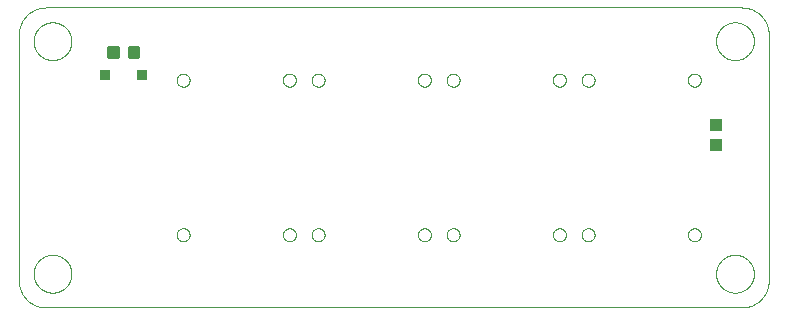
<source format=gtp>
G75*
%MOIN*%
%OFA0B0*%
%FSLAX25Y25*%
%IPPOS*%
%LPD*%
%AMOC8*
5,1,8,0,0,1.08239X$1,22.5*
%
%ADD10C,0.00000*%
%ADD11C,0.01181*%
%ADD12R,0.03543X0.03740*%
%ADD13R,0.03937X0.04331*%
D10*
X0025250Y0006800D02*
X0257250Y0006800D01*
X0257467Y0006803D01*
X0257685Y0006811D01*
X0257902Y0006824D01*
X0258119Y0006842D01*
X0258335Y0006866D01*
X0258550Y0006894D01*
X0258765Y0006928D01*
X0258979Y0006968D01*
X0259192Y0007012D01*
X0259404Y0007062D01*
X0259614Y0007116D01*
X0259824Y0007176D01*
X0260031Y0007240D01*
X0260237Y0007310D01*
X0260441Y0007385D01*
X0260644Y0007464D01*
X0260844Y0007549D01*
X0261043Y0007638D01*
X0261239Y0007732D01*
X0261433Y0007831D01*
X0261624Y0007934D01*
X0261813Y0008042D01*
X0261999Y0008155D01*
X0262182Y0008272D01*
X0262363Y0008393D01*
X0262540Y0008519D01*
X0262714Y0008649D01*
X0262886Y0008783D01*
X0263054Y0008921D01*
X0263218Y0009063D01*
X0263379Y0009210D01*
X0263537Y0009360D01*
X0263690Y0009513D01*
X0263840Y0009671D01*
X0263987Y0009832D01*
X0264129Y0009996D01*
X0264267Y0010164D01*
X0264401Y0010336D01*
X0264531Y0010510D01*
X0264657Y0010687D01*
X0264778Y0010868D01*
X0264895Y0011051D01*
X0265008Y0011237D01*
X0265116Y0011426D01*
X0265219Y0011617D01*
X0265318Y0011811D01*
X0265412Y0012007D01*
X0265501Y0012206D01*
X0265586Y0012406D01*
X0265665Y0012609D01*
X0265740Y0012813D01*
X0265810Y0013019D01*
X0265874Y0013226D01*
X0265934Y0013436D01*
X0265988Y0013646D01*
X0266038Y0013858D01*
X0266082Y0014071D01*
X0266122Y0014285D01*
X0266156Y0014500D01*
X0266184Y0014715D01*
X0266208Y0014931D01*
X0266226Y0015148D01*
X0266239Y0015365D01*
X0266247Y0015583D01*
X0266250Y0015800D01*
X0266250Y0097800D01*
X0266247Y0098017D01*
X0266239Y0098235D01*
X0266226Y0098452D01*
X0266208Y0098669D01*
X0266184Y0098885D01*
X0266156Y0099100D01*
X0266122Y0099315D01*
X0266082Y0099529D01*
X0266038Y0099742D01*
X0265988Y0099954D01*
X0265934Y0100164D01*
X0265874Y0100374D01*
X0265810Y0100581D01*
X0265740Y0100787D01*
X0265665Y0100991D01*
X0265586Y0101194D01*
X0265501Y0101394D01*
X0265412Y0101593D01*
X0265318Y0101789D01*
X0265219Y0101983D01*
X0265116Y0102174D01*
X0265008Y0102363D01*
X0264895Y0102549D01*
X0264778Y0102732D01*
X0264657Y0102913D01*
X0264531Y0103090D01*
X0264401Y0103264D01*
X0264267Y0103436D01*
X0264129Y0103604D01*
X0263987Y0103768D01*
X0263840Y0103929D01*
X0263690Y0104087D01*
X0263537Y0104240D01*
X0263379Y0104390D01*
X0263218Y0104537D01*
X0263054Y0104679D01*
X0262886Y0104817D01*
X0262714Y0104951D01*
X0262540Y0105081D01*
X0262363Y0105207D01*
X0262182Y0105328D01*
X0261999Y0105445D01*
X0261813Y0105558D01*
X0261624Y0105666D01*
X0261433Y0105769D01*
X0261239Y0105868D01*
X0261043Y0105962D01*
X0260844Y0106051D01*
X0260644Y0106136D01*
X0260441Y0106215D01*
X0260237Y0106290D01*
X0260031Y0106360D01*
X0259824Y0106424D01*
X0259614Y0106484D01*
X0259404Y0106538D01*
X0259192Y0106588D01*
X0258979Y0106632D01*
X0258765Y0106672D01*
X0258550Y0106706D01*
X0258335Y0106734D01*
X0258119Y0106758D01*
X0257902Y0106776D01*
X0257685Y0106789D01*
X0257467Y0106797D01*
X0257250Y0106800D01*
X0025250Y0106800D01*
X0025033Y0106797D01*
X0024815Y0106789D01*
X0024598Y0106776D01*
X0024381Y0106758D01*
X0024165Y0106734D01*
X0023950Y0106706D01*
X0023735Y0106672D01*
X0023521Y0106632D01*
X0023308Y0106588D01*
X0023096Y0106538D01*
X0022886Y0106484D01*
X0022676Y0106424D01*
X0022469Y0106360D01*
X0022263Y0106290D01*
X0022059Y0106215D01*
X0021856Y0106136D01*
X0021656Y0106051D01*
X0021457Y0105962D01*
X0021261Y0105868D01*
X0021067Y0105769D01*
X0020876Y0105666D01*
X0020687Y0105558D01*
X0020501Y0105445D01*
X0020318Y0105328D01*
X0020137Y0105207D01*
X0019960Y0105081D01*
X0019786Y0104951D01*
X0019614Y0104817D01*
X0019446Y0104679D01*
X0019282Y0104537D01*
X0019121Y0104390D01*
X0018963Y0104240D01*
X0018810Y0104087D01*
X0018660Y0103929D01*
X0018513Y0103768D01*
X0018371Y0103604D01*
X0018233Y0103436D01*
X0018099Y0103264D01*
X0017969Y0103090D01*
X0017843Y0102913D01*
X0017722Y0102732D01*
X0017605Y0102549D01*
X0017492Y0102363D01*
X0017384Y0102174D01*
X0017281Y0101983D01*
X0017182Y0101789D01*
X0017088Y0101593D01*
X0016999Y0101394D01*
X0016914Y0101194D01*
X0016835Y0100991D01*
X0016760Y0100787D01*
X0016690Y0100581D01*
X0016626Y0100374D01*
X0016566Y0100164D01*
X0016512Y0099954D01*
X0016462Y0099742D01*
X0016418Y0099529D01*
X0016378Y0099315D01*
X0016344Y0099100D01*
X0016316Y0098885D01*
X0016292Y0098669D01*
X0016274Y0098452D01*
X0016261Y0098235D01*
X0016253Y0098017D01*
X0016250Y0097800D01*
X0016250Y0015800D01*
X0016253Y0015583D01*
X0016261Y0015365D01*
X0016274Y0015148D01*
X0016292Y0014931D01*
X0016316Y0014715D01*
X0016344Y0014500D01*
X0016378Y0014285D01*
X0016418Y0014071D01*
X0016462Y0013858D01*
X0016512Y0013646D01*
X0016566Y0013436D01*
X0016626Y0013226D01*
X0016690Y0013019D01*
X0016760Y0012813D01*
X0016835Y0012609D01*
X0016914Y0012406D01*
X0016999Y0012206D01*
X0017088Y0012007D01*
X0017182Y0011811D01*
X0017281Y0011617D01*
X0017384Y0011426D01*
X0017492Y0011237D01*
X0017605Y0011051D01*
X0017722Y0010868D01*
X0017843Y0010687D01*
X0017969Y0010510D01*
X0018099Y0010336D01*
X0018233Y0010164D01*
X0018371Y0009996D01*
X0018513Y0009832D01*
X0018660Y0009671D01*
X0018810Y0009513D01*
X0018963Y0009360D01*
X0019121Y0009210D01*
X0019282Y0009063D01*
X0019446Y0008921D01*
X0019614Y0008783D01*
X0019786Y0008649D01*
X0019960Y0008519D01*
X0020137Y0008393D01*
X0020318Y0008272D01*
X0020501Y0008155D01*
X0020687Y0008042D01*
X0020876Y0007934D01*
X0021067Y0007831D01*
X0021261Y0007732D01*
X0021457Y0007638D01*
X0021656Y0007549D01*
X0021856Y0007464D01*
X0022059Y0007385D01*
X0022263Y0007310D01*
X0022469Y0007240D01*
X0022676Y0007176D01*
X0022886Y0007116D01*
X0023096Y0007062D01*
X0023308Y0007012D01*
X0023521Y0006968D01*
X0023735Y0006928D01*
X0023950Y0006894D01*
X0024165Y0006866D01*
X0024381Y0006842D01*
X0024598Y0006824D01*
X0024815Y0006811D01*
X0025033Y0006803D01*
X0025250Y0006800D01*
X0021201Y0018050D02*
X0021203Y0018208D01*
X0021209Y0018366D01*
X0021219Y0018524D01*
X0021233Y0018682D01*
X0021251Y0018839D01*
X0021272Y0018996D01*
X0021298Y0019152D01*
X0021328Y0019308D01*
X0021361Y0019463D01*
X0021399Y0019616D01*
X0021440Y0019769D01*
X0021485Y0019921D01*
X0021534Y0020072D01*
X0021587Y0020221D01*
X0021643Y0020369D01*
X0021703Y0020515D01*
X0021767Y0020660D01*
X0021835Y0020803D01*
X0021906Y0020945D01*
X0021980Y0021085D01*
X0022058Y0021222D01*
X0022140Y0021358D01*
X0022224Y0021492D01*
X0022313Y0021623D01*
X0022404Y0021752D01*
X0022499Y0021879D01*
X0022596Y0022004D01*
X0022697Y0022126D01*
X0022801Y0022245D01*
X0022908Y0022362D01*
X0023018Y0022476D01*
X0023131Y0022587D01*
X0023246Y0022696D01*
X0023364Y0022801D01*
X0023485Y0022903D01*
X0023608Y0023003D01*
X0023734Y0023099D01*
X0023862Y0023192D01*
X0023992Y0023282D01*
X0024125Y0023368D01*
X0024260Y0023452D01*
X0024396Y0023531D01*
X0024535Y0023608D01*
X0024676Y0023680D01*
X0024818Y0023750D01*
X0024962Y0023815D01*
X0025108Y0023877D01*
X0025255Y0023935D01*
X0025404Y0023990D01*
X0025554Y0024041D01*
X0025705Y0024088D01*
X0025857Y0024131D01*
X0026010Y0024170D01*
X0026165Y0024206D01*
X0026320Y0024237D01*
X0026476Y0024265D01*
X0026632Y0024289D01*
X0026789Y0024309D01*
X0026947Y0024325D01*
X0027104Y0024337D01*
X0027263Y0024345D01*
X0027421Y0024349D01*
X0027579Y0024349D01*
X0027737Y0024345D01*
X0027896Y0024337D01*
X0028053Y0024325D01*
X0028211Y0024309D01*
X0028368Y0024289D01*
X0028524Y0024265D01*
X0028680Y0024237D01*
X0028835Y0024206D01*
X0028990Y0024170D01*
X0029143Y0024131D01*
X0029295Y0024088D01*
X0029446Y0024041D01*
X0029596Y0023990D01*
X0029745Y0023935D01*
X0029892Y0023877D01*
X0030038Y0023815D01*
X0030182Y0023750D01*
X0030324Y0023680D01*
X0030465Y0023608D01*
X0030604Y0023531D01*
X0030740Y0023452D01*
X0030875Y0023368D01*
X0031008Y0023282D01*
X0031138Y0023192D01*
X0031266Y0023099D01*
X0031392Y0023003D01*
X0031515Y0022903D01*
X0031636Y0022801D01*
X0031754Y0022696D01*
X0031869Y0022587D01*
X0031982Y0022476D01*
X0032092Y0022362D01*
X0032199Y0022245D01*
X0032303Y0022126D01*
X0032404Y0022004D01*
X0032501Y0021879D01*
X0032596Y0021752D01*
X0032687Y0021623D01*
X0032776Y0021492D01*
X0032860Y0021358D01*
X0032942Y0021222D01*
X0033020Y0021085D01*
X0033094Y0020945D01*
X0033165Y0020803D01*
X0033233Y0020660D01*
X0033297Y0020515D01*
X0033357Y0020369D01*
X0033413Y0020221D01*
X0033466Y0020072D01*
X0033515Y0019921D01*
X0033560Y0019769D01*
X0033601Y0019616D01*
X0033639Y0019463D01*
X0033672Y0019308D01*
X0033702Y0019152D01*
X0033728Y0018996D01*
X0033749Y0018839D01*
X0033767Y0018682D01*
X0033781Y0018524D01*
X0033791Y0018366D01*
X0033797Y0018208D01*
X0033799Y0018050D01*
X0033797Y0017892D01*
X0033791Y0017734D01*
X0033781Y0017576D01*
X0033767Y0017418D01*
X0033749Y0017261D01*
X0033728Y0017104D01*
X0033702Y0016948D01*
X0033672Y0016792D01*
X0033639Y0016637D01*
X0033601Y0016484D01*
X0033560Y0016331D01*
X0033515Y0016179D01*
X0033466Y0016028D01*
X0033413Y0015879D01*
X0033357Y0015731D01*
X0033297Y0015585D01*
X0033233Y0015440D01*
X0033165Y0015297D01*
X0033094Y0015155D01*
X0033020Y0015015D01*
X0032942Y0014878D01*
X0032860Y0014742D01*
X0032776Y0014608D01*
X0032687Y0014477D01*
X0032596Y0014348D01*
X0032501Y0014221D01*
X0032404Y0014096D01*
X0032303Y0013974D01*
X0032199Y0013855D01*
X0032092Y0013738D01*
X0031982Y0013624D01*
X0031869Y0013513D01*
X0031754Y0013404D01*
X0031636Y0013299D01*
X0031515Y0013197D01*
X0031392Y0013097D01*
X0031266Y0013001D01*
X0031138Y0012908D01*
X0031008Y0012818D01*
X0030875Y0012732D01*
X0030740Y0012648D01*
X0030604Y0012569D01*
X0030465Y0012492D01*
X0030324Y0012420D01*
X0030182Y0012350D01*
X0030038Y0012285D01*
X0029892Y0012223D01*
X0029745Y0012165D01*
X0029596Y0012110D01*
X0029446Y0012059D01*
X0029295Y0012012D01*
X0029143Y0011969D01*
X0028990Y0011930D01*
X0028835Y0011894D01*
X0028680Y0011863D01*
X0028524Y0011835D01*
X0028368Y0011811D01*
X0028211Y0011791D01*
X0028053Y0011775D01*
X0027896Y0011763D01*
X0027737Y0011755D01*
X0027579Y0011751D01*
X0027421Y0011751D01*
X0027263Y0011755D01*
X0027104Y0011763D01*
X0026947Y0011775D01*
X0026789Y0011791D01*
X0026632Y0011811D01*
X0026476Y0011835D01*
X0026320Y0011863D01*
X0026165Y0011894D01*
X0026010Y0011930D01*
X0025857Y0011969D01*
X0025705Y0012012D01*
X0025554Y0012059D01*
X0025404Y0012110D01*
X0025255Y0012165D01*
X0025108Y0012223D01*
X0024962Y0012285D01*
X0024818Y0012350D01*
X0024676Y0012420D01*
X0024535Y0012492D01*
X0024396Y0012569D01*
X0024260Y0012648D01*
X0024125Y0012732D01*
X0023992Y0012818D01*
X0023862Y0012908D01*
X0023734Y0013001D01*
X0023608Y0013097D01*
X0023485Y0013197D01*
X0023364Y0013299D01*
X0023246Y0013404D01*
X0023131Y0013513D01*
X0023018Y0013624D01*
X0022908Y0013738D01*
X0022801Y0013855D01*
X0022697Y0013974D01*
X0022596Y0014096D01*
X0022499Y0014221D01*
X0022404Y0014348D01*
X0022313Y0014477D01*
X0022224Y0014608D01*
X0022140Y0014742D01*
X0022058Y0014878D01*
X0021980Y0015015D01*
X0021906Y0015155D01*
X0021835Y0015297D01*
X0021767Y0015440D01*
X0021703Y0015585D01*
X0021643Y0015731D01*
X0021587Y0015879D01*
X0021534Y0016028D01*
X0021485Y0016179D01*
X0021440Y0016331D01*
X0021399Y0016484D01*
X0021361Y0016637D01*
X0021328Y0016792D01*
X0021298Y0016948D01*
X0021272Y0017104D01*
X0021251Y0017261D01*
X0021233Y0017418D01*
X0021219Y0017576D01*
X0021209Y0017734D01*
X0021203Y0017892D01*
X0021201Y0018050D01*
X0068868Y0031032D02*
X0068870Y0031125D01*
X0068876Y0031217D01*
X0068886Y0031309D01*
X0068900Y0031400D01*
X0068917Y0031491D01*
X0068939Y0031581D01*
X0068964Y0031670D01*
X0068993Y0031758D01*
X0069026Y0031844D01*
X0069063Y0031929D01*
X0069103Y0032013D01*
X0069147Y0032094D01*
X0069194Y0032174D01*
X0069244Y0032252D01*
X0069298Y0032327D01*
X0069355Y0032400D01*
X0069415Y0032470D01*
X0069478Y0032538D01*
X0069544Y0032603D01*
X0069612Y0032665D01*
X0069683Y0032725D01*
X0069757Y0032781D01*
X0069833Y0032834D01*
X0069911Y0032883D01*
X0069991Y0032930D01*
X0070073Y0032972D01*
X0070157Y0033012D01*
X0070242Y0033047D01*
X0070329Y0033079D01*
X0070417Y0033108D01*
X0070506Y0033132D01*
X0070596Y0033153D01*
X0070687Y0033169D01*
X0070779Y0033182D01*
X0070871Y0033191D01*
X0070964Y0033196D01*
X0071056Y0033197D01*
X0071149Y0033194D01*
X0071241Y0033187D01*
X0071333Y0033176D01*
X0071424Y0033161D01*
X0071515Y0033143D01*
X0071605Y0033120D01*
X0071693Y0033094D01*
X0071781Y0033064D01*
X0071867Y0033030D01*
X0071951Y0032993D01*
X0072034Y0032951D01*
X0072115Y0032907D01*
X0072195Y0032859D01*
X0072272Y0032808D01*
X0072346Y0032753D01*
X0072419Y0032695D01*
X0072489Y0032635D01*
X0072556Y0032571D01*
X0072620Y0032505D01*
X0072682Y0032435D01*
X0072740Y0032364D01*
X0072795Y0032290D01*
X0072847Y0032213D01*
X0072896Y0032134D01*
X0072942Y0032054D01*
X0072984Y0031971D01*
X0073022Y0031887D01*
X0073057Y0031801D01*
X0073088Y0031714D01*
X0073115Y0031626D01*
X0073138Y0031536D01*
X0073158Y0031446D01*
X0073174Y0031355D01*
X0073186Y0031263D01*
X0073194Y0031171D01*
X0073198Y0031078D01*
X0073198Y0030986D01*
X0073194Y0030893D01*
X0073186Y0030801D01*
X0073174Y0030709D01*
X0073158Y0030618D01*
X0073138Y0030528D01*
X0073115Y0030438D01*
X0073088Y0030350D01*
X0073057Y0030263D01*
X0073022Y0030177D01*
X0072984Y0030093D01*
X0072942Y0030010D01*
X0072896Y0029930D01*
X0072847Y0029851D01*
X0072795Y0029774D01*
X0072740Y0029700D01*
X0072682Y0029629D01*
X0072620Y0029559D01*
X0072556Y0029493D01*
X0072489Y0029429D01*
X0072419Y0029369D01*
X0072346Y0029311D01*
X0072272Y0029256D01*
X0072195Y0029205D01*
X0072116Y0029157D01*
X0072034Y0029113D01*
X0071951Y0029071D01*
X0071867Y0029034D01*
X0071781Y0029000D01*
X0071693Y0028970D01*
X0071605Y0028944D01*
X0071515Y0028921D01*
X0071424Y0028903D01*
X0071333Y0028888D01*
X0071241Y0028877D01*
X0071149Y0028870D01*
X0071056Y0028867D01*
X0070964Y0028868D01*
X0070871Y0028873D01*
X0070779Y0028882D01*
X0070687Y0028895D01*
X0070596Y0028911D01*
X0070506Y0028932D01*
X0070417Y0028956D01*
X0070329Y0028985D01*
X0070242Y0029017D01*
X0070157Y0029052D01*
X0070073Y0029092D01*
X0069991Y0029134D01*
X0069911Y0029181D01*
X0069833Y0029230D01*
X0069757Y0029283D01*
X0069683Y0029339D01*
X0069612Y0029399D01*
X0069544Y0029461D01*
X0069478Y0029526D01*
X0069415Y0029594D01*
X0069355Y0029664D01*
X0069298Y0029737D01*
X0069244Y0029812D01*
X0069194Y0029890D01*
X0069147Y0029970D01*
X0069103Y0030051D01*
X0069063Y0030135D01*
X0069026Y0030220D01*
X0068993Y0030306D01*
X0068964Y0030394D01*
X0068939Y0030483D01*
X0068917Y0030573D01*
X0068900Y0030664D01*
X0068886Y0030755D01*
X0068876Y0030847D01*
X0068870Y0030939D01*
X0068868Y0031032D01*
X0104302Y0031032D02*
X0104304Y0031125D01*
X0104310Y0031217D01*
X0104320Y0031309D01*
X0104334Y0031400D01*
X0104351Y0031491D01*
X0104373Y0031581D01*
X0104398Y0031670D01*
X0104427Y0031758D01*
X0104460Y0031844D01*
X0104497Y0031929D01*
X0104537Y0032013D01*
X0104581Y0032094D01*
X0104628Y0032174D01*
X0104678Y0032252D01*
X0104732Y0032327D01*
X0104789Y0032400D01*
X0104849Y0032470D01*
X0104912Y0032538D01*
X0104978Y0032603D01*
X0105046Y0032665D01*
X0105117Y0032725D01*
X0105191Y0032781D01*
X0105267Y0032834D01*
X0105345Y0032883D01*
X0105425Y0032930D01*
X0105507Y0032972D01*
X0105591Y0033012D01*
X0105676Y0033047D01*
X0105763Y0033079D01*
X0105851Y0033108D01*
X0105940Y0033132D01*
X0106030Y0033153D01*
X0106121Y0033169D01*
X0106213Y0033182D01*
X0106305Y0033191D01*
X0106398Y0033196D01*
X0106490Y0033197D01*
X0106583Y0033194D01*
X0106675Y0033187D01*
X0106767Y0033176D01*
X0106858Y0033161D01*
X0106949Y0033143D01*
X0107039Y0033120D01*
X0107127Y0033094D01*
X0107215Y0033064D01*
X0107301Y0033030D01*
X0107385Y0032993D01*
X0107468Y0032951D01*
X0107549Y0032907D01*
X0107629Y0032859D01*
X0107706Y0032808D01*
X0107780Y0032753D01*
X0107853Y0032695D01*
X0107923Y0032635D01*
X0107990Y0032571D01*
X0108054Y0032505D01*
X0108116Y0032435D01*
X0108174Y0032364D01*
X0108229Y0032290D01*
X0108281Y0032213D01*
X0108330Y0032134D01*
X0108376Y0032054D01*
X0108418Y0031971D01*
X0108456Y0031887D01*
X0108491Y0031801D01*
X0108522Y0031714D01*
X0108549Y0031626D01*
X0108572Y0031536D01*
X0108592Y0031446D01*
X0108608Y0031355D01*
X0108620Y0031263D01*
X0108628Y0031171D01*
X0108632Y0031078D01*
X0108632Y0030986D01*
X0108628Y0030893D01*
X0108620Y0030801D01*
X0108608Y0030709D01*
X0108592Y0030618D01*
X0108572Y0030528D01*
X0108549Y0030438D01*
X0108522Y0030350D01*
X0108491Y0030263D01*
X0108456Y0030177D01*
X0108418Y0030093D01*
X0108376Y0030010D01*
X0108330Y0029930D01*
X0108281Y0029851D01*
X0108229Y0029774D01*
X0108174Y0029700D01*
X0108116Y0029629D01*
X0108054Y0029559D01*
X0107990Y0029493D01*
X0107923Y0029429D01*
X0107853Y0029369D01*
X0107780Y0029311D01*
X0107706Y0029256D01*
X0107629Y0029205D01*
X0107550Y0029157D01*
X0107468Y0029113D01*
X0107385Y0029071D01*
X0107301Y0029034D01*
X0107215Y0029000D01*
X0107127Y0028970D01*
X0107039Y0028944D01*
X0106949Y0028921D01*
X0106858Y0028903D01*
X0106767Y0028888D01*
X0106675Y0028877D01*
X0106583Y0028870D01*
X0106490Y0028867D01*
X0106398Y0028868D01*
X0106305Y0028873D01*
X0106213Y0028882D01*
X0106121Y0028895D01*
X0106030Y0028911D01*
X0105940Y0028932D01*
X0105851Y0028956D01*
X0105763Y0028985D01*
X0105676Y0029017D01*
X0105591Y0029052D01*
X0105507Y0029092D01*
X0105425Y0029134D01*
X0105345Y0029181D01*
X0105267Y0029230D01*
X0105191Y0029283D01*
X0105117Y0029339D01*
X0105046Y0029399D01*
X0104978Y0029461D01*
X0104912Y0029526D01*
X0104849Y0029594D01*
X0104789Y0029664D01*
X0104732Y0029737D01*
X0104678Y0029812D01*
X0104628Y0029890D01*
X0104581Y0029970D01*
X0104537Y0030051D01*
X0104497Y0030135D01*
X0104460Y0030220D01*
X0104427Y0030306D01*
X0104398Y0030394D01*
X0104373Y0030483D01*
X0104351Y0030573D01*
X0104334Y0030664D01*
X0104320Y0030755D01*
X0104310Y0030847D01*
X0104304Y0030939D01*
X0104302Y0031032D01*
X0113868Y0031032D02*
X0113870Y0031125D01*
X0113876Y0031217D01*
X0113886Y0031309D01*
X0113900Y0031400D01*
X0113917Y0031491D01*
X0113939Y0031581D01*
X0113964Y0031670D01*
X0113993Y0031758D01*
X0114026Y0031844D01*
X0114063Y0031929D01*
X0114103Y0032013D01*
X0114147Y0032094D01*
X0114194Y0032174D01*
X0114244Y0032252D01*
X0114298Y0032327D01*
X0114355Y0032400D01*
X0114415Y0032470D01*
X0114478Y0032538D01*
X0114544Y0032603D01*
X0114612Y0032665D01*
X0114683Y0032725D01*
X0114757Y0032781D01*
X0114833Y0032834D01*
X0114911Y0032883D01*
X0114991Y0032930D01*
X0115073Y0032972D01*
X0115157Y0033012D01*
X0115242Y0033047D01*
X0115329Y0033079D01*
X0115417Y0033108D01*
X0115506Y0033132D01*
X0115596Y0033153D01*
X0115687Y0033169D01*
X0115779Y0033182D01*
X0115871Y0033191D01*
X0115964Y0033196D01*
X0116056Y0033197D01*
X0116149Y0033194D01*
X0116241Y0033187D01*
X0116333Y0033176D01*
X0116424Y0033161D01*
X0116515Y0033143D01*
X0116605Y0033120D01*
X0116693Y0033094D01*
X0116781Y0033064D01*
X0116867Y0033030D01*
X0116951Y0032993D01*
X0117034Y0032951D01*
X0117115Y0032907D01*
X0117195Y0032859D01*
X0117272Y0032808D01*
X0117346Y0032753D01*
X0117419Y0032695D01*
X0117489Y0032635D01*
X0117556Y0032571D01*
X0117620Y0032505D01*
X0117682Y0032435D01*
X0117740Y0032364D01*
X0117795Y0032290D01*
X0117847Y0032213D01*
X0117896Y0032134D01*
X0117942Y0032054D01*
X0117984Y0031971D01*
X0118022Y0031887D01*
X0118057Y0031801D01*
X0118088Y0031714D01*
X0118115Y0031626D01*
X0118138Y0031536D01*
X0118158Y0031446D01*
X0118174Y0031355D01*
X0118186Y0031263D01*
X0118194Y0031171D01*
X0118198Y0031078D01*
X0118198Y0030986D01*
X0118194Y0030893D01*
X0118186Y0030801D01*
X0118174Y0030709D01*
X0118158Y0030618D01*
X0118138Y0030528D01*
X0118115Y0030438D01*
X0118088Y0030350D01*
X0118057Y0030263D01*
X0118022Y0030177D01*
X0117984Y0030093D01*
X0117942Y0030010D01*
X0117896Y0029930D01*
X0117847Y0029851D01*
X0117795Y0029774D01*
X0117740Y0029700D01*
X0117682Y0029629D01*
X0117620Y0029559D01*
X0117556Y0029493D01*
X0117489Y0029429D01*
X0117419Y0029369D01*
X0117346Y0029311D01*
X0117272Y0029256D01*
X0117195Y0029205D01*
X0117116Y0029157D01*
X0117034Y0029113D01*
X0116951Y0029071D01*
X0116867Y0029034D01*
X0116781Y0029000D01*
X0116693Y0028970D01*
X0116605Y0028944D01*
X0116515Y0028921D01*
X0116424Y0028903D01*
X0116333Y0028888D01*
X0116241Y0028877D01*
X0116149Y0028870D01*
X0116056Y0028867D01*
X0115964Y0028868D01*
X0115871Y0028873D01*
X0115779Y0028882D01*
X0115687Y0028895D01*
X0115596Y0028911D01*
X0115506Y0028932D01*
X0115417Y0028956D01*
X0115329Y0028985D01*
X0115242Y0029017D01*
X0115157Y0029052D01*
X0115073Y0029092D01*
X0114991Y0029134D01*
X0114911Y0029181D01*
X0114833Y0029230D01*
X0114757Y0029283D01*
X0114683Y0029339D01*
X0114612Y0029399D01*
X0114544Y0029461D01*
X0114478Y0029526D01*
X0114415Y0029594D01*
X0114355Y0029664D01*
X0114298Y0029737D01*
X0114244Y0029812D01*
X0114194Y0029890D01*
X0114147Y0029970D01*
X0114103Y0030051D01*
X0114063Y0030135D01*
X0114026Y0030220D01*
X0113993Y0030306D01*
X0113964Y0030394D01*
X0113939Y0030483D01*
X0113917Y0030573D01*
X0113900Y0030664D01*
X0113886Y0030755D01*
X0113876Y0030847D01*
X0113870Y0030939D01*
X0113868Y0031032D01*
X0149302Y0031032D02*
X0149304Y0031125D01*
X0149310Y0031217D01*
X0149320Y0031309D01*
X0149334Y0031400D01*
X0149351Y0031491D01*
X0149373Y0031581D01*
X0149398Y0031670D01*
X0149427Y0031758D01*
X0149460Y0031844D01*
X0149497Y0031929D01*
X0149537Y0032013D01*
X0149581Y0032094D01*
X0149628Y0032174D01*
X0149678Y0032252D01*
X0149732Y0032327D01*
X0149789Y0032400D01*
X0149849Y0032470D01*
X0149912Y0032538D01*
X0149978Y0032603D01*
X0150046Y0032665D01*
X0150117Y0032725D01*
X0150191Y0032781D01*
X0150267Y0032834D01*
X0150345Y0032883D01*
X0150425Y0032930D01*
X0150507Y0032972D01*
X0150591Y0033012D01*
X0150676Y0033047D01*
X0150763Y0033079D01*
X0150851Y0033108D01*
X0150940Y0033132D01*
X0151030Y0033153D01*
X0151121Y0033169D01*
X0151213Y0033182D01*
X0151305Y0033191D01*
X0151398Y0033196D01*
X0151490Y0033197D01*
X0151583Y0033194D01*
X0151675Y0033187D01*
X0151767Y0033176D01*
X0151858Y0033161D01*
X0151949Y0033143D01*
X0152039Y0033120D01*
X0152127Y0033094D01*
X0152215Y0033064D01*
X0152301Y0033030D01*
X0152385Y0032993D01*
X0152468Y0032951D01*
X0152549Y0032907D01*
X0152629Y0032859D01*
X0152706Y0032808D01*
X0152780Y0032753D01*
X0152853Y0032695D01*
X0152923Y0032635D01*
X0152990Y0032571D01*
X0153054Y0032505D01*
X0153116Y0032435D01*
X0153174Y0032364D01*
X0153229Y0032290D01*
X0153281Y0032213D01*
X0153330Y0032134D01*
X0153376Y0032054D01*
X0153418Y0031971D01*
X0153456Y0031887D01*
X0153491Y0031801D01*
X0153522Y0031714D01*
X0153549Y0031626D01*
X0153572Y0031536D01*
X0153592Y0031446D01*
X0153608Y0031355D01*
X0153620Y0031263D01*
X0153628Y0031171D01*
X0153632Y0031078D01*
X0153632Y0030986D01*
X0153628Y0030893D01*
X0153620Y0030801D01*
X0153608Y0030709D01*
X0153592Y0030618D01*
X0153572Y0030528D01*
X0153549Y0030438D01*
X0153522Y0030350D01*
X0153491Y0030263D01*
X0153456Y0030177D01*
X0153418Y0030093D01*
X0153376Y0030010D01*
X0153330Y0029930D01*
X0153281Y0029851D01*
X0153229Y0029774D01*
X0153174Y0029700D01*
X0153116Y0029629D01*
X0153054Y0029559D01*
X0152990Y0029493D01*
X0152923Y0029429D01*
X0152853Y0029369D01*
X0152780Y0029311D01*
X0152706Y0029256D01*
X0152629Y0029205D01*
X0152550Y0029157D01*
X0152468Y0029113D01*
X0152385Y0029071D01*
X0152301Y0029034D01*
X0152215Y0029000D01*
X0152127Y0028970D01*
X0152039Y0028944D01*
X0151949Y0028921D01*
X0151858Y0028903D01*
X0151767Y0028888D01*
X0151675Y0028877D01*
X0151583Y0028870D01*
X0151490Y0028867D01*
X0151398Y0028868D01*
X0151305Y0028873D01*
X0151213Y0028882D01*
X0151121Y0028895D01*
X0151030Y0028911D01*
X0150940Y0028932D01*
X0150851Y0028956D01*
X0150763Y0028985D01*
X0150676Y0029017D01*
X0150591Y0029052D01*
X0150507Y0029092D01*
X0150425Y0029134D01*
X0150345Y0029181D01*
X0150267Y0029230D01*
X0150191Y0029283D01*
X0150117Y0029339D01*
X0150046Y0029399D01*
X0149978Y0029461D01*
X0149912Y0029526D01*
X0149849Y0029594D01*
X0149789Y0029664D01*
X0149732Y0029737D01*
X0149678Y0029812D01*
X0149628Y0029890D01*
X0149581Y0029970D01*
X0149537Y0030051D01*
X0149497Y0030135D01*
X0149460Y0030220D01*
X0149427Y0030306D01*
X0149398Y0030394D01*
X0149373Y0030483D01*
X0149351Y0030573D01*
X0149334Y0030664D01*
X0149320Y0030755D01*
X0149310Y0030847D01*
X0149304Y0030939D01*
X0149302Y0031032D01*
X0158868Y0031032D02*
X0158870Y0031125D01*
X0158876Y0031217D01*
X0158886Y0031309D01*
X0158900Y0031400D01*
X0158917Y0031491D01*
X0158939Y0031581D01*
X0158964Y0031670D01*
X0158993Y0031758D01*
X0159026Y0031844D01*
X0159063Y0031929D01*
X0159103Y0032013D01*
X0159147Y0032094D01*
X0159194Y0032174D01*
X0159244Y0032252D01*
X0159298Y0032327D01*
X0159355Y0032400D01*
X0159415Y0032470D01*
X0159478Y0032538D01*
X0159544Y0032603D01*
X0159612Y0032665D01*
X0159683Y0032725D01*
X0159757Y0032781D01*
X0159833Y0032834D01*
X0159911Y0032883D01*
X0159991Y0032930D01*
X0160073Y0032972D01*
X0160157Y0033012D01*
X0160242Y0033047D01*
X0160329Y0033079D01*
X0160417Y0033108D01*
X0160506Y0033132D01*
X0160596Y0033153D01*
X0160687Y0033169D01*
X0160779Y0033182D01*
X0160871Y0033191D01*
X0160964Y0033196D01*
X0161056Y0033197D01*
X0161149Y0033194D01*
X0161241Y0033187D01*
X0161333Y0033176D01*
X0161424Y0033161D01*
X0161515Y0033143D01*
X0161605Y0033120D01*
X0161693Y0033094D01*
X0161781Y0033064D01*
X0161867Y0033030D01*
X0161951Y0032993D01*
X0162034Y0032951D01*
X0162115Y0032907D01*
X0162195Y0032859D01*
X0162272Y0032808D01*
X0162346Y0032753D01*
X0162419Y0032695D01*
X0162489Y0032635D01*
X0162556Y0032571D01*
X0162620Y0032505D01*
X0162682Y0032435D01*
X0162740Y0032364D01*
X0162795Y0032290D01*
X0162847Y0032213D01*
X0162896Y0032134D01*
X0162942Y0032054D01*
X0162984Y0031971D01*
X0163022Y0031887D01*
X0163057Y0031801D01*
X0163088Y0031714D01*
X0163115Y0031626D01*
X0163138Y0031536D01*
X0163158Y0031446D01*
X0163174Y0031355D01*
X0163186Y0031263D01*
X0163194Y0031171D01*
X0163198Y0031078D01*
X0163198Y0030986D01*
X0163194Y0030893D01*
X0163186Y0030801D01*
X0163174Y0030709D01*
X0163158Y0030618D01*
X0163138Y0030528D01*
X0163115Y0030438D01*
X0163088Y0030350D01*
X0163057Y0030263D01*
X0163022Y0030177D01*
X0162984Y0030093D01*
X0162942Y0030010D01*
X0162896Y0029930D01*
X0162847Y0029851D01*
X0162795Y0029774D01*
X0162740Y0029700D01*
X0162682Y0029629D01*
X0162620Y0029559D01*
X0162556Y0029493D01*
X0162489Y0029429D01*
X0162419Y0029369D01*
X0162346Y0029311D01*
X0162272Y0029256D01*
X0162195Y0029205D01*
X0162116Y0029157D01*
X0162034Y0029113D01*
X0161951Y0029071D01*
X0161867Y0029034D01*
X0161781Y0029000D01*
X0161693Y0028970D01*
X0161605Y0028944D01*
X0161515Y0028921D01*
X0161424Y0028903D01*
X0161333Y0028888D01*
X0161241Y0028877D01*
X0161149Y0028870D01*
X0161056Y0028867D01*
X0160964Y0028868D01*
X0160871Y0028873D01*
X0160779Y0028882D01*
X0160687Y0028895D01*
X0160596Y0028911D01*
X0160506Y0028932D01*
X0160417Y0028956D01*
X0160329Y0028985D01*
X0160242Y0029017D01*
X0160157Y0029052D01*
X0160073Y0029092D01*
X0159991Y0029134D01*
X0159911Y0029181D01*
X0159833Y0029230D01*
X0159757Y0029283D01*
X0159683Y0029339D01*
X0159612Y0029399D01*
X0159544Y0029461D01*
X0159478Y0029526D01*
X0159415Y0029594D01*
X0159355Y0029664D01*
X0159298Y0029737D01*
X0159244Y0029812D01*
X0159194Y0029890D01*
X0159147Y0029970D01*
X0159103Y0030051D01*
X0159063Y0030135D01*
X0159026Y0030220D01*
X0158993Y0030306D01*
X0158964Y0030394D01*
X0158939Y0030483D01*
X0158917Y0030573D01*
X0158900Y0030664D01*
X0158886Y0030755D01*
X0158876Y0030847D01*
X0158870Y0030939D01*
X0158868Y0031032D01*
X0194302Y0031032D02*
X0194304Y0031125D01*
X0194310Y0031217D01*
X0194320Y0031309D01*
X0194334Y0031400D01*
X0194351Y0031491D01*
X0194373Y0031581D01*
X0194398Y0031670D01*
X0194427Y0031758D01*
X0194460Y0031844D01*
X0194497Y0031929D01*
X0194537Y0032013D01*
X0194581Y0032094D01*
X0194628Y0032174D01*
X0194678Y0032252D01*
X0194732Y0032327D01*
X0194789Y0032400D01*
X0194849Y0032470D01*
X0194912Y0032538D01*
X0194978Y0032603D01*
X0195046Y0032665D01*
X0195117Y0032725D01*
X0195191Y0032781D01*
X0195267Y0032834D01*
X0195345Y0032883D01*
X0195425Y0032930D01*
X0195507Y0032972D01*
X0195591Y0033012D01*
X0195676Y0033047D01*
X0195763Y0033079D01*
X0195851Y0033108D01*
X0195940Y0033132D01*
X0196030Y0033153D01*
X0196121Y0033169D01*
X0196213Y0033182D01*
X0196305Y0033191D01*
X0196398Y0033196D01*
X0196490Y0033197D01*
X0196583Y0033194D01*
X0196675Y0033187D01*
X0196767Y0033176D01*
X0196858Y0033161D01*
X0196949Y0033143D01*
X0197039Y0033120D01*
X0197127Y0033094D01*
X0197215Y0033064D01*
X0197301Y0033030D01*
X0197385Y0032993D01*
X0197468Y0032951D01*
X0197549Y0032907D01*
X0197629Y0032859D01*
X0197706Y0032808D01*
X0197780Y0032753D01*
X0197853Y0032695D01*
X0197923Y0032635D01*
X0197990Y0032571D01*
X0198054Y0032505D01*
X0198116Y0032435D01*
X0198174Y0032364D01*
X0198229Y0032290D01*
X0198281Y0032213D01*
X0198330Y0032134D01*
X0198376Y0032054D01*
X0198418Y0031971D01*
X0198456Y0031887D01*
X0198491Y0031801D01*
X0198522Y0031714D01*
X0198549Y0031626D01*
X0198572Y0031536D01*
X0198592Y0031446D01*
X0198608Y0031355D01*
X0198620Y0031263D01*
X0198628Y0031171D01*
X0198632Y0031078D01*
X0198632Y0030986D01*
X0198628Y0030893D01*
X0198620Y0030801D01*
X0198608Y0030709D01*
X0198592Y0030618D01*
X0198572Y0030528D01*
X0198549Y0030438D01*
X0198522Y0030350D01*
X0198491Y0030263D01*
X0198456Y0030177D01*
X0198418Y0030093D01*
X0198376Y0030010D01*
X0198330Y0029930D01*
X0198281Y0029851D01*
X0198229Y0029774D01*
X0198174Y0029700D01*
X0198116Y0029629D01*
X0198054Y0029559D01*
X0197990Y0029493D01*
X0197923Y0029429D01*
X0197853Y0029369D01*
X0197780Y0029311D01*
X0197706Y0029256D01*
X0197629Y0029205D01*
X0197550Y0029157D01*
X0197468Y0029113D01*
X0197385Y0029071D01*
X0197301Y0029034D01*
X0197215Y0029000D01*
X0197127Y0028970D01*
X0197039Y0028944D01*
X0196949Y0028921D01*
X0196858Y0028903D01*
X0196767Y0028888D01*
X0196675Y0028877D01*
X0196583Y0028870D01*
X0196490Y0028867D01*
X0196398Y0028868D01*
X0196305Y0028873D01*
X0196213Y0028882D01*
X0196121Y0028895D01*
X0196030Y0028911D01*
X0195940Y0028932D01*
X0195851Y0028956D01*
X0195763Y0028985D01*
X0195676Y0029017D01*
X0195591Y0029052D01*
X0195507Y0029092D01*
X0195425Y0029134D01*
X0195345Y0029181D01*
X0195267Y0029230D01*
X0195191Y0029283D01*
X0195117Y0029339D01*
X0195046Y0029399D01*
X0194978Y0029461D01*
X0194912Y0029526D01*
X0194849Y0029594D01*
X0194789Y0029664D01*
X0194732Y0029737D01*
X0194678Y0029812D01*
X0194628Y0029890D01*
X0194581Y0029970D01*
X0194537Y0030051D01*
X0194497Y0030135D01*
X0194460Y0030220D01*
X0194427Y0030306D01*
X0194398Y0030394D01*
X0194373Y0030483D01*
X0194351Y0030573D01*
X0194334Y0030664D01*
X0194320Y0030755D01*
X0194310Y0030847D01*
X0194304Y0030939D01*
X0194302Y0031032D01*
X0203868Y0031032D02*
X0203870Y0031125D01*
X0203876Y0031217D01*
X0203886Y0031309D01*
X0203900Y0031400D01*
X0203917Y0031491D01*
X0203939Y0031581D01*
X0203964Y0031670D01*
X0203993Y0031758D01*
X0204026Y0031844D01*
X0204063Y0031929D01*
X0204103Y0032013D01*
X0204147Y0032094D01*
X0204194Y0032174D01*
X0204244Y0032252D01*
X0204298Y0032327D01*
X0204355Y0032400D01*
X0204415Y0032470D01*
X0204478Y0032538D01*
X0204544Y0032603D01*
X0204612Y0032665D01*
X0204683Y0032725D01*
X0204757Y0032781D01*
X0204833Y0032834D01*
X0204911Y0032883D01*
X0204991Y0032930D01*
X0205073Y0032972D01*
X0205157Y0033012D01*
X0205242Y0033047D01*
X0205329Y0033079D01*
X0205417Y0033108D01*
X0205506Y0033132D01*
X0205596Y0033153D01*
X0205687Y0033169D01*
X0205779Y0033182D01*
X0205871Y0033191D01*
X0205964Y0033196D01*
X0206056Y0033197D01*
X0206149Y0033194D01*
X0206241Y0033187D01*
X0206333Y0033176D01*
X0206424Y0033161D01*
X0206515Y0033143D01*
X0206605Y0033120D01*
X0206693Y0033094D01*
X0206781Y0033064D01*
X0206867Y0033030D01*
X0206951Y0032993D01*
X0207034Y0032951D01*
X0207115Y0032907D01*
X0207195Y0032859D01*
X0207272Y0032808D01*
X0207346Y0032753D01*
X0207419Y0032695D01*
X0207489Y0032635D01*
X0207556Y0032571D01*
X0207620Y0032505D01*
X0207682Y0032435D01*
X0207740Y0032364D01*
X0207795Y0032290D01*
X0207847Y0032213D01*
X0207896Y0032134D01*
X0207942Y0032054D01*
X0207984Y0031971D01*
X0208022Y0031887D01*
X0208057Y0031801D01*
X0208088Y0031714D01*
X0208115Y0031626D01*
X0208138Y0031536D01*
X0208158Y0031446D01*
X0208174Y0031355D01*
X0208186Y0031263D01*
X0208194Y0031171D01*
X0208198Y0031078D01*
X0208198Y0030986D01*
X0208194Y0030893D01*
X0208186Y0030801D01*
X0208174Y0030709D01*
X0208158Y0030618D01*
X0208138Y0030528D01*
X0208115Y0030438D01*
X0208088Y0030350D01*
X0208057Y0030263D01*
X0208022Y0030177D01*
X0207984Y0030093D01*
X0207942Y0030010D01*
X0207896Y0029930D01*
X0207847Y0029851D01*
X0207795Y0029774D01*
X0207740Y0029700D01*
X0207682Y0029629D01*
X0207620Y0029559D01*
X0207556Y0029493D01*
X0207489Y0029429D01*
X0207419Y0029369D01*
X0207346Y0029311D01*
X0207272Y0029256D01*
X0207195Y0029205D01*
X0207116Y0029157D01*
X0207034Y0029113D01*
X0206951Y0029071D01*
X0206867Y0029034D01*
X0206781Y0029000D01*
X0206693Y0028970D01*
X0206605Y0028944D01*
X0206515Y0028921D01*
X0206424Y0028903D01*
X0206333Y0028888D01*
X0206241Y0028877D01*
X0206149Y0028870D01*
X0206056Y0028867D01*
X0205964Y0028868D01*
X0205871Y0028873D01*
X0205779Y0028882D01*
X0205687Y0028895D01*
X0205596Y0028911D01*
X0205506Y0028932D01*
X0205417Y0028956D01*
X0205329Y0028985D01*
X0205242Y0029017D01*
X0205157Y0029052D01*
X0205073Y0029092D01*
X0204991Y0029134D01*
X0204911Y0029181D01*
X0204833Y0029230D01*
X0204757Y0029283D01*
X0204683Y0029339D01*
X0204612Y0029399D01*
X0204544Y0029461D01*
X0204478Y0029526D01*
X0204415Y0029594D01*
X0204355Y0029664D01*
X0204298Y0029737D01*
X0204244Y0029812D01*
X0204194Y0029890D01*
X0204147Y0029970D01*
X0204103Y0030051D01*
X0204063Y0030135D01*
X0204026Y0030220D01*
X0203993Y0030306D01*
X0203964Y0030394D01*
X0203939Y0030483D01*
X0203917Y0030573D01*
X0203900Y0030664D01*
X0203886Y0030755D01*
X0203876Y0030847D01*
X0203870Y0030939D01*
X0203868Y0031032D01*
X0239302Y0031032D02*
X0239304Y0031125D01*
X0239310Y0031217D01*
X0239320Y0031309D01*
X0239334Y0031400D01*
X0239351Y0031491D01*
X0239373Y0031581D01*
X0239398Y0031670D01*
X0239427Y0031758D01*
X0239460Y0031844D01*
X0239497Y0031929D01*
X0239537Y0032013D01*
X0239581Y0032094D01*
X0239628Y0032174D01*
X0239678Y0032252D01*
X0239732Y0032327D01*
X0239789Y0032400D01*
X0239849Y0032470D01*
X0239912Y0032538D01*
X0239978Y0032603D01*
X0240046Y0032665D01*
X0240117Y0032725D01*
X0240191Y0032781D01*
X0240267Y0032834D01*
X0240345Y0032883D01*
X0240425Y0032930D01*
X0240507Y0032972D01*
X0240591Y0033012D01*
X0240676Y0033047D01*
X0240763Y0033079D01*
X0240851Y0033108D01*
X0240940Y0033132D01*
X0241030Y0033153D01*
X0241121Y0033169D01*
X0241213Y0033182D01*
X0241305Y0033191D01*
X0241398Y0033196D01*
X0241490Y0033197D01*
X0241583Y0033194D01*
X0241675Y0033187D01*
X0241767Y0033176D01*
X0241858Y0033161D01*
X0241949Y0033143D01*
X0242039Y0033120D01*
X0242127Y0033094D01*
X0242215Y0033064D01*
X0242301Y0033030D01*
X0242385Y0032993D01*
X0242468Y0032951D01*
X0242549Y0032907D01*
X0242629Y0032859D01*
X0242706Y0032808D01*
X0242780Y0032753D01*
X0242853Y0032695D01*
X0242923Y0032635D01*
X0242990Y0032571D01*
X0243054Y0032505D01*
X0243116Y0032435D01*
X0243174Y0032364D01*
X0243229Y0032290D01*
X0243281Y0032213D01*
X0243330Y0032134D01*
X0243376Y0032054D01*
X0243418Y0031971D01*
X0243456Y0031887D01*
X0243491Y0031801D01*
X0243522Y0031714D01*
X0243549Y0031626D01*
X0243572Y0031536D01*
X0243592Y0031446D01*
X0243608Y0031355D01*
X0243620Y0031263D01*
X0243628Y0031171D01*
X0243632Y0031078D01*
X0243632Y0030986D01*
X0243628Y0030893D01*
X0243620Y0030801D01*
X0243608Y0030709D01*
X0243592Y0030618D01*
X0243572Y0030528D01*
X0243549Y0030438D01*
X0243522Y0030350D01*
X0243491Y0030263D01*
X0243456Y0030177D01*
X0243418Y0030093D01*
X0243376Y0030010D01*
X0243330Y0029930D01*
X0243281Y0029851D01*
X0243229Y0029774D01*
X0243174Y0029700D01*
X0243116Y0029629D01*
X0243054Y0029559D01*
X0242990Y0029493D01*
X0242923Y0029429D01*
X0242853Y0029369D01*
X0242780Y0029311D01*
X0242706Y0029256D01*
X0242629Y0029205D01*
X0242550Y0029157D01*
X0242468Y0029113D01*
X0242385Y0029071D01*
X0242301Y0029034D01*
X0242215Y0029000D01*
X0242127Y0028970D01*
X0242039Y0028944D01*
X0241949Y0028921D01*
X0241858Y0028903D01*
X0241767Y0028888D01*
X0241675Y0028877D01*
X0241583Y0028870D01*
X0241490Y0028867D01*
X0241398Y0028868D01*
X0241305Y0028873D01*
X0241213Y0028882D01*
X0241121Y0028895D01*
X0241030Y0028911D01*
X0240940Y0028932D01*
X0240851Y0028956D01*
X0240763Y0028985D01*
X0240676Y0029017D01*
X0240591Y0029052D01*
X0240507Y0029092D01*
X0240425Y0029134D01*
X0240345Y0029181D01*
X0240267Y0029230D01*
X0240191Y0029283D01*
X0240117Y0029339D01*
X0240046Y0029399D01*
X0239978Y0029461D01*
X0239912Y0029526D01*
X0239849Y0029594D01*
X0239789Y0029664D01*
X0239732Y0029737D01*
X0239678Y0029812D01*
X0239628Y0029890D01*
X0239581Y0029970D01*
X0239537Y0030051D01*
X0239497Y0030135D01*
X0239460Y0030220D01*
X0239427Y0030306D01*
X0239398Y0030394D01*
X0239373Y0030483D01*
X0239351Y0030573D01*
X0239334Y0030664D01*
X0239320Y0030755D01*
X0239310Y0030847D01*
X0239304Y0030939D01*
X0239302Y0031032D01*
X0248701Y0018050D02*
X0248703Y0018208D01*
X0248709Y0018366D01*
X0248719Y0018524D01*
X0248733Y0018682D01*
X0248751Y0018839D01*
X0248772Y0018996D01*
X0248798Y0019152D01*
X0248828Y0019308D01*
X0248861Y0019463D01*
X0248899Y0019616D01*
X0248940Y0019769D01*
X0248985Y0019921D01*
X0249034Y0020072D01*
X0249087Y0020221D01*
X0249143Y0020369D01*
X0249203Y0020515D01*
X0249267Y0020660D01*
X0249335Y0020803D01*
X0249406Y0020945D01*
X0249480Y0021085D01*
X0249558Y0021222D01*
X0249640Y0021358D01*
X0249724Y0021492D01*
X0249813Y0021623D01*
X0249904Y0021752D01*
X0249999Y0021879D01*
X0250096Y0022004D01*
X0250197Y0022126D01*
X0250301Y0022245D01*
X0250408Y0022362D01*
X0250518Y0022476D01*
X0250631Y0022587D01*
X0250746Y0022696D01*
X0250864Y0022801D01*
X0250985Y0022903D01*
X0251108Y0023003D01*
X0251234Y0023099D01*
X0251362Y0023192D01*
X0251492Y0023282D01*
X0251625Y0023368D01*
X0251760Y0023452D01*
X0251896Y0023531D01*
X0252035Y0023608D01*
X0252176Y0023680D01*
X0252318Y0023750D01*
X0252462Y0023815D01*
X0252608Y0023877D01*
X0252755Y0023935D01*
X0252904Y0023990D01*
X0253054Y0024041D01*
X0253205Y0024088D01*
X0253357Y0024131D01*
X0253510Y0024170D01*
X0253665Y0024206D01*
X0253820Y0024237D01*
X0253976Y0024265D01*
X0254132Y0024289D01*
X0254289Y0024309D01*
X0254447Y0024325D01*
X0254604Y0024337D01*
X0254763Y0024345D01*
X0254921Y0024349D01*
X0255079Y0024349D01*
X0255237Y0024345D01*
X0255396Y0024337D01*
X0255553Y0024325D01*
X0255711Y0024309D01*
X0255868Y0024289D01*
X0256024Y0024265D01*
X0256180Y0024237D01*
X0256335Y0024206D01*
X0256490Y0024170D01*
X0256643Y0024131D01*
X0256795Y0024088D01*
X0256946Y0024041D01*
X0257096Y0023990D01*
X0257245Y0023935D01*
X0257392Y0023877D01*
X0257538Y0023815D01*
X0257682Y0023750D01*
X0257824Y0023680D01*
X0257965Y0023608D01*
X0258104Y0023531D01*
X0258240Y0023452D01*
X0258375Y0023368D01*
X0258508Y0023282D01*
X0258638Y0023192D01*
X0258766Y0023099D01*
X0258892Y0023003D01*
X0259015Y0022903D01*
X0259136Y0022801D01*
X0259254Y0022696D01*
X0259369Y0022587D01*
X0259482Y0022476D01*
X0259592Y0022362D01*
X0259699Y0022245D01*
X0259803Y0022126D01*
X0259904Y0022004D01*
X0260001Y0021879D01*
X0260096Y0021752D01*
X0260187Y0021623D01*
X0260276Y0021492D01*
X0260360Y0021358D01*
X0260442Y0021222D01*
X0260520Y0021085D01*
X0260594Y0020945D01*
X0260665Y0020803D01*
X0260733Y0020660D01*
X0260797Y0020515D01*
X0260857Y0020369D01*
X0260913Y0020221D01*
X0260966Y0020072D01*
X0261015Y0019921D01*
X0261060Y0019769D01*
X0261101Y0019616D01*
X0261139Y0019463D01*
X0261172Y0019308D01*
X0261202Y0019152D01*
X0261228Y0018996D01*
X0261249Y0018839D01*
X0261267Y0018682D01*
X0261281Y0018524D01*
X0261291Y0018366D01*
X0261297Y0018208D01*
X0261299Y0018050D01*
X0261297Y0017892D01*
X0261291Y0017734D01*
X0261281Y0017576D01*
X0261267Y0017418D01*
X0261249Y0017261D01*
X0261228Y0017104D01*
X0261202Y0016948D01*
X0261172Y0016792D01*
X0261139Y0016637D01*
X0261101Y0016484D01*
X0261060Y0016331D01*
X0261015Y0016179D01*
X0260966Y0016028D01*
X0260913Y0015879D01*
X0260857Y0015731D01*
X0260797Y0015585D01*
X0260733Y0015440D01*
X0260665Y0015297D01*
X0260594Y0015155D01*
X0260520Y0015015D01*
X0260442Y0014878D01*
X0260360Y0014742D01*
X0260276Y0014608D01*
X0260187Y0014477D01*
X0260096Y0014348D01*
X0260001Y0014221D01*
X0259904Y0014096D01*
X0259803Y0013974D01*
X0259699Y0013855D01*
X0259592Y0013738D01*
X0259482Y0013624D01*
X0259369Y0013513D01*
X0259254Y0013404D01*
X0259136Y0013299D01*
X0259015Y0013197D01*
X0258892Y0013097D01*
X0258766Y0013001D01*
X0258638Y0012908D01*
X0258508Y0012818D01*
X0258375Y0012732D01*
X0258240Y0012648D01*
X0258104Y0012569D01*
X0257965Y0012492D01*
X0257824Y0012420D01*
X0257682Y0012350D01*
X0257538Y0012285D01*
X0257392Y0012223D01*
X0257245Y0012165D01*
X0257096Y0012110D01*
X0256946Y0012059D01*
X0256795Y0012012D01*
X0256643Y0011969D01*
X0256490Y0011930D01*
X0256335Y0011894D01*
X0256180Y0011863D01*
X0256024Y0011835D01*
X0255868Y0011811D01*
X0255711Y0011791D01*
X0255553Y0011775D01*
X0255396Y0011763D01*
X0255237Y0011755D01*
X0255079Y0011751D01*
X0254921Y0011751D01*
X0254763Y0011755D01*
X0254604Y0011763D01*
X0254447Y0011775D01*
X0254289Y0011791D01*
X0254132Y0011811D01*
X0253976Y0011835D01*
X0253820Y0011863D01*
X0253665Y0011894D01*
X0253510Y0011930D01*
X0253357Y0011969D01*
X0253205Y0012012D01*
X0253054Y0012059D01*
X0252904Y0012110D01*
X0252755Y0012165D01*
X0252608Y0012223D01*
X0252462Y0012285D01*
X0252318Y0012350D01*
X0252176Y0012420D01*
X0252035Y0012492D01*
X0251896Y0012569D01*
X0251760Y0012648D01*
X0251625Y0012732D01*
X0251492Y0012818D01*
X0251362Y0012908D01*
X0251234Y0013001D01*
X0251108Y0013097D01*
X0250985Y0013197D01*
X0250864Y0013299D01*
X0250746Y0013404D01*
X0250631Y0013513D01*
X0250518Y0013624D01*
X0250408Y0013738D01*
X0250301Y0013855D01*
X0250197Y0013974D01*
X0250096Y0014096D01*
X0249999Y0014221D01*
X0249904Y0014348D01*
X0249813Y0014477D01*
X0249724Y0014608D01*
X0249640Y0014742D01*
X0249558Y0014878D01*
X0249480Y0015015D01*
X0249406Y0015155D01*
X0249335Y0015297D01*
X0249267Y0015440D01*
X0249203Y0015585D01*
X0249143Y0015731D01*
X0249087Y0015879D01*
X0249034Y0016028D01*
X0248985Y0016179D01*
X0248940Y0016331D01*
X0248899Y0016484D01*
X0248861Y0016637D01*
X0248828Y0016792D01*
X0248798Y0016948D01*
X0248772Y0017104D01*
X0248751Y0017261D01*
X0248733Y0017418D01*
X0248719Y0017576D01*
X0248709Y0017734D01*
X0248703Y0017892D01*
X0248701Y0018050D01*
X0239302Y0082568D02*
X0239304Y0082661D01*
X0239310Y0082753D01*
X0239320Y0082845D01*
X0239334Y0082936D01*
X0239351Y0083027D01*
X0239373Y0083117D01*
X0239398Y0083206D01*
X0239427Y0083294D01*
X0239460Y0083380D01*
X0239497Y0083465D01*
X0239537Y0083549D01*
X0239581Y0083630D01*
X0239628Y0083710D01*
X0239678Y0083788D01*
X0239732Y0083863D01*
X0239789Y0083936D01*
X0239849Y0084006D01*
X0239912Y0084074D01*
X0239978Y0084139D01*
X0240046Y0084201D01*
X0240117Y0084261D01*
X0240191Y0084317D01*
X0240267Y0084370D01*
X0240345Y0084419D01*
X0240425Y0084466D01*
X0240507Y0084508D01*
X0240591Y0084548D01*
X0240676Y0084583D01*
X0240763Y0084615D01*
X0240851Y0084644D01*
X0240940Y0084668D01*
X0241030Y0084689D01*
X0241121Y0084705D01*
X0241213Y0084718D01*
X0241305Y0084727D01*
X0241398Y0084732D01*
X0241490Y0084733D01*
X0241583Y0084730D01*
X0241675Y0084723D01*
X0241767Y0084712D01*
X0241858Y0084697D01*
X0241949Y0084679D01*
X0242039Y0084656D01*
X0242127Y0084630D01*
X0242215Y0084600D01*
X0242301Y0084566D01*
X0242385Y0084529D01*
X0242468Y0084487D01*
X0242549Y0084443D01*
X0242629Y0084395D01*
X0242706Y0084344D01*
X0242780Y0084289D01*
X0242853Y0084231D01*
X0242923Y0084171D01*
X0242990Y0084107D01*
X0243054Y0084041D01*
X0243116Y0083971D01*
X0243174Y0083900D01*
X0243229Y0083826D01*
X0243281Y0083749D01*
X0243330Y0083670D01*
X0243376Y0083590D01*
X0243418Y0083507D01*
X0243456Y0083423D01*
X0243491Y0083337D01*
X0243522Y0083250D01*
X0243549Y0083162D01*
X0243572Y0083072D01*
X0243592Y0082982D01*
X0243608Y0082891D01*
X0243620Y0082799D01*
X0243628Y0082707D01*
X0243632Y0082614D01*
X0243632Y0082522D01*
X0243628Y0082429D01*
X0243620Y0082337D01*
X0243608Y0082245D01*
X0243592Y0082154D01*
X0243572Y0082064D01*
X0243549Y0081974D01*
X0243522Y0081886D01*
X0243491Y0081799D01*
X0243456Y0081713D01*
X0243418Y0081629D01*
X0243376Y0081546D01*
X0243330Y0081466D01*
X0243281Y0081387D01*
X0243229Y0081310D01*
X0243174Y0081236D01*
X0243116Y0081165D01*
X0243054Y0081095D01*
X0242990Y0081029D01*
X0242923Y0080965D01*
X0242853Y0080905D01*
X0242780Y0080847D01*
X0242706Y0080792D01*
X0242629Y0080741D01*
X0242550Y0080693D01*
X0242468Y0080649D01*
X0242385Y0080607D01*
X0242301Y0080570D01*
X0242215Y0080536D01*
X0242127Y0080506D01*
X0242039Y0080480D01*
X0241949Y0080457D01*
X0241858Y0080439D01*
X0241767Y0080424D01*
X0241675Y0080413D01*
X0241583Y0080406D01*
X0241490Y0080403D01*
X0241398Y0080404D01*
X0241305Y0080409D01*
X0241213Y0080418D01*
X0241121Y0080431D01*
X0241030Y0080447D01*
X0240940Y0080468D01*
X0240851Y0080492D01*
X0240763Y0080521D01*
X0240676Y0080553D01*
X0240591Y0080588D01*
X0240507Y0080628D01*
X0240425Y0080670D01*
X0240345Y0080717D01*
X0240267Y0080766D01*
X0240191Y0080819D01*
X0240117Y0080875D01*
X0240046Y0080935D01*
X0239978Y0080997D01*
X0239912Y0081062D01*
X0239849Y0081130D01*
X0239789Y0081200D01*
X0239732Y0081273D01*
X0239678Y0081348D01*
X0239628Y0081426D01*
X0239581Y0081506D01*
X0239537Y0081587D01*
X0239497Y0081671D01*
X0239460Y0081756D01*
X0239427Y0081842D01*
X0239398Y0081930D01*
X0239373Y0082019D01*
X0239351Y0082109D01*
X0239334Y0082200D01*
X0239320Y0082291D01*
X0239310Y0082383D01*
X0239304Y0082475D01*
X0239302Y0082568D01*
X0248701Y0095550D02*
X0248703Y0095708D01*
X0248709Y0095866D01*
X0248719Y0096024D01*
X0248733Y0096182D01*
X0248751Y0096339D01*
X0248772Y0096496D01*
X0248798Y0096652D01*
X0248828Y0096808D01*
X0248861Y0096963D01*
X0248899Y0097116D01*
X0248940Y0097269D01*
X0248985Y0097421D01*
X0249034Y0097572D01*
X0249087Y0097721D01*
X0249143Y0097869D01*
X0249203Y0098015D01*
X0249267Y0098160D01*
X0249335Y0098303D01*
X0249406Y0098445D01*
X0249480Y0098585D01*
X0249558Y0098722D01*
X0249640Y0098858D01*
X0249724Y0098992D01*
X0249813Y0099123D01*
X0249904Y0099252D01*
X0249999Y0099379D01*
X0250096Y0099504D01*
X0250197Y0099626D01*
X0250301Y0099745D01*
X0250408Y0099862D01*
X0250518Y0099976D01*
X0250631Y0100087D01*
X0250746Y0100196D01*
X0250864Y0100301D01*
X0250985Y0100403D01*
X0251108Y0100503D01*
X0251234Y0100599D01*
X0251362Y0100692D01*
X0251492Y0100782D01*
X0251625Y0100868D01*
X0251760Y0100952D01*
X0251896Y0101031D01*
X0252035Y0101108D01*
X0252176Y0101180D01*
X0252318Y0101250D01*
X0252462Y0101315D01*
X0252608Y0101377D01*
X0252755Y0101435D01*
X0252904Y0101490D01*
X0253054Y0101541D01*
X0253205Y0101588D01*
X0253357Y0101631D01*
X0253510Y0101670D01*
X0253665Y0101706D01*
X0253820Y0101737D01*
X0253976Y0101765D01*
X0254132Y0101789D01*
X0254289Y0101809D01*
X0254447Y0101825D01*
X0254604Y0101837D01*
X0254763Y0101845D01*
X0254921Y0101849D01*
X0255079Y0101849D01*
X0255237Y0101845D01*
X0255396Y0101837D01*
X0255553Y0101825D01*
X0255711Y0101809D01*
X0255868Y0101789D01*
X0256024Y0101765D01*
X0256180Y0101737D01*
X0256335Y0101706D01*
X0256490Y0101670D01*
X0256643Y0101631D01*
X0256795Y0101588D01*
X0256946Y0101541D01*
X0257096Y0101490D01*
X0257245Y0101435D01*
X0257392Y0101377D01*
X0257538Y0101315D01*
X0257682Y0101250D01*
X0257824Y0101180D01*
X0257965Y0101108D01*
X0258104Y0101031D01*
X0258240Y0100952D01*
X0258375Y0100868D01*
X0258508Y0100782D01*
X0258638Y0100692D01*
X0258766Y0100599D01*
X0258892Y0100503D01*
X0259015Y0100403D01*
X0259136Y0100301D01*
X0259254Y0100196D01*
X0259369Y0100087D01*
X0259482Y0099976D01*
X0259592Y0099862D01*
X0259699Y0099745D01*
X0259803Y0099626D01*
X0259904Y0099504D01*
X0260001Y0099379D01*
X0260096Y0099252D01*
X0260187Y0099123D01*
X0260276Y0098992D01*
X0260360Y0098858D01*
X0260442Y0098722D01*
X0260520Y0098585D01*
X0260594Y0098445D01*
X0260665Y0098303D01*
X0260733Y0098160D01*
X0260797Y0098015D01*
X0260857Y0097869D01*
X0260913Y0097721D01*
X0260966Y0097572D01*
X0261015Y0097421D01*
X0261060Y0097269D01*
X0261101Y0097116D01*
X0261139Y0096963D01*
X0261172Y0096808D01*
X0261202Y0096652D01*
X0261228Y0096496D01*
X0261249Y0096339D01*
X0261267Y0096182D01*
X0261281Y0096024D01*
X0261291Y0095866D01*
X0261297Y0095708D01*
X0261299Y0095550D01*
X0261297Y0095392D01*
X0261291Y0095234D01*
X0261281Y0095076D01*
X0261267Y0094918D01*
X0261249Y0094761D01*
X0261228Y0094604D01*
X0261202Y0094448D01*
X0261172Y0094292D01*
X0261139Y0094137D01*
X0261101Y0093984D01*
X0261060Y0093831D01*
X0261015Y0093679D01*
X0260966Y0093528D01*
X0260913Y0093379D01*
X0260857Y0093231D01*
X0260797Y0093085D01*
X0260733Y0092940D01*
X0260665Y0092797D01*
X0260594Y0092655D01*
X0260520Y0092515D01*
X0260442Y0092378D01*
X0260360Y0092242D01*
X0260276Y0092108D01*
X0260187Y0091977D01*
X0260096Y0091848D01*
X0260001Y0091721D01*
X0259904Y0091596D01*
X0259803Y0091474D01*
X0259699Y0091355D01*
X0259592Y0091238D01*
X0259482Y0091124D01*
X0259369Y0091013D01*
X0259254Y0090904D01*
X0259136Y0090799D01*
X0259015Y0090697D01*
X0258892Y0090597D01*
X0258766Y0090501D01*
X0258638Y0090408D01*
X0258508Y0090318D01*
X0258375Y0090232D01*
X0258240Y0090148D01*
X0258104Y0090069D01*
X0257965Y0089992D01*
X0257824Y0089920D01*
X0257682Y0089850D01*
X0257538Y0089785D01*
X0257392Y0089723D01*
X0257245Y0089665D01*
X0257096Y0089610D01*
X0256946Y0089559D01*
X0256795Y0089512D01*
X0256643Y0089469D01*
X0256490Y0089430D01*
X0256335Y0089394D01*
X0256180Y0089363D01*
X0256024Y0089335D01*
X0255868Y0089311D01*
X0255711Y0089291D01*
X0255553Y0089275D01*
X0255396Y0089263D01*
X0255237Y0089255D01*
X0255079Y0089251D01*
X0254921Y0089251D01*
X0254763Y0089255D01*
X0254604Y0089263D01*
X0254447Y0089275D01*
X0254289Y0089291D01*
X0254132Y0089311D01*
X0253976Y0089335D01*
X0253820Y0089363D01*
X0253665Y0089394D01*
X0253510Y0089430D01*
X0253357Y0089469D01*
X0253205Y0089512D01*
X0253054Y0089559D01*
X0252904Y0089610D01*
X0252755Y0089665D01*
X0252608Y0089723D01*
X0252462Y0089785D01*
X0252318Y0089850D01*
X0252176Y0089920D01*
X0252035Y0089992D01*
X0251896Y0090069D01*
X0251760Y0090148D01*
X0251625Y0090232D01*
X0251492Y0090318D01*
X0251362Y0090408D01*
X0251234Y0090501D01*
X0251108Y0090597D01*
X0250985Y0090697D01*
X0250864Y0090799D01*
X0250746Y0090904D01*
X0250631Y0091013D01*
X0250518Y0091124D01*
X0250408Y0091238D01*
X0250301Y0091355D01*
X0250197Y0091474D01*
X0250096Y0091596D01*
X0249999Y0091721D01*
X0249904Y0091848D01*
X0249813Y0091977D01*
X0249724Y0092108D01*
X0249640Y0092242D01*
X0249558Y0092378D01*
X0249480Y0092515D01*
X0249406Y0092655D01*
X0249335Y0092797D01*
X0249267Y0092940D01*
X0249203Y0093085D01*
X0249143Y0093231D01*
X0249087Y0093379D01*
X0249034Y0093528D01*
X0248985Y0093679D01*
X0248940Y0093831D01*
X0248899Y0093984D01*
X0248861Y0094137D01*
X0248828Y0094292D01*
X0248798Y0094448D01*
X0248772Y0094604D01*
X0248751Y0094761D01*
X0248733Y0094918D01*
X0248719Y0095076D01*
X0248709Y0095234D01*
X0248703Y0095392D01*
X0248701Y0095550D01*
X0203868Y0082568D02*
X0203870Y0082661D01*
X0203876Y0082753D01*
X0203886Y0082845D01*
X0203900Y0082936D01*
X0203917Y0083027D01*
X0203939Y0083117D01*
X0203964Y0083206D01*
X0203993Y0083294D01*
X0204026Y0083380D01*
X0204063Y0083465D01*
X0204103Y0083549D01*
X0204147Y0083630D01*
X0204194Y0083710D01*
X0204244Y0083788D01*
X0204298Y0083863D01*
X0204355Y0083936D01*
X0204415Y0084006D01*
X0204478Y0084074D01*
X0204544Y0084139D01*
X0204612Y0084201D01*
X0204683Y0084261D01*
X0204757Y0084317D01*
X0204833Y0084370D01*
X0204911Y0084419D01*
X0204991Y0084466D01*
X0205073Y0084508D01*
X0205157Y0084548D01*
X0205242Y0084583D01*
X0205329Y0084615D01*
X0205417Y0084644D01*
X0205506Y0084668D01*
X0205596Y0084689D01*
X0205687Y0084705D01*
X0205779Y0084718D01*
X0205871Y0084727D01*
X0205964Y0084732D01*
X0206056Y0084733D01*
X0206149Y0084730D01*
X0206241Y0084723D01*
X0206333Y0084712D01*
X0206424Y0084697D01*
X0206515Y0084679D01*
X0206605Y0084656D01*
X0206693Y0084630D01*
X0206781Y0084600D01*
X0206867Y0084566D01*
X0206951Y0084529D01*
X0207034Y0084487D01*
X0207115Y0084443D01*
X0207195Y0084395D01*
X0207272Y0084344D01*
X0207346Y0084289D01*
X0207419Y0084231D01*
X0207489Y0084171D01*
X0207556Y0084107D01*
X0207620Y0084041D01*
X0207682Y0083971D01*
X0207740Y0083900D01*
X0207795Y0083826D01*
X0207847Y0083749D01*
X0207896Y0083670D01*
X0207942Y0083590D01*
X0207984Y0083507D01*
X0208022Y0083423D01*
X0208057Y0083337D01*
X0208088Y0083250D01*
X0208115Y0083162D01*
X0208138Y0083072D01*
X0208158Y0082982D01*
X0208174Y0082891D01*
X0208186Y0082799D01*
X0208194Y0082707D01*
X0208198Y0082614D01*
X0208198Y0082522D01*
X0208194Y0082429D01*
X0208186Y0082337D01*
X0208174Y0082245D01*
X0208158Y0082154D01*
X0208138Y0082064D01*
X0208115Y0081974D01*
X0208088Y0081886D01*
X0208057Y0081799D01*
X0208022Y0081713D01*
X0207984Y0081629D01*
X0207942Y0081546D01*
X0207896Y0081466D01*
X0207847Y0081387D01*
X0207795Y0081310D01*
X0207740Y0081236D01*
X0207682Y0081165D01*
X0207620Y0081095D01*
X0207556Y0081029D01*
X0207489Y0080965D01*
X0207419Y0080905D01*
X0207346Y0080847D01*
X0207272Y0080792D01*
X0207195Y0080741D01*
X0207116Y0080693D01*
X0207034Y0080649D01*
X0206951Y0080607D01*
X0206867Y0080570D01*
X0206781Y0080536D01*
X0206693Y0080506D01*
X0206605Y0080480D01*
X0206515Y0080457D01*
X0206424Y0080439D01*
X0206333Y0080424D01*
X0206241Y0080413D01*
X0206149Y0080406D01*
X0206056Y0080403D01*
X0205964Y0080404D01*
X0205871Y0080409D01*
X0205779Y0080418D01*
X0205687Y0080431D01*
X0205596Y0080447D01*
X0205506Y0080468D01*
X0205417Y0080492D01*
X0205329Y0080521D01*
X0205242Y0080553D01*
X0205157Y0080588D01*
X0205073Y0080628D01*
X0204991Y0080670D01*
X0204911Y0080717D01*
X0204833Y0080766D01*
X0204757Y0080819D01*
X0204683Y0080875D01*
X0204612Y0080935D01*
X0204544Y0080997D01*
X0204478Y0081062D01*
X0204415Y0081130D01*
X0204355Y0081200D01*
X0204298Y0081273D01*
X0204244Y0081348D01*
X0204194Y0081426D01*
X0204147Y0081506D01*
X0204103Y0081587D01*
X0204063Y0081671D01*
X0204026Y0081756D01*
X0203993Y0081842D01*
X0203964Y0081930D01*
X0203939Y0082019D01*
X0203917Y0082109D01*
X0203900Y0082200D01*
X0203886Y0082291D01*
X0203876Y0082383D01*
X0203870Y0082475D01*
X0203868Y0082568D01*
X0194302Y0082568D02*
X0194304Y0082661D01*
X0194310Y0082753D01*
X0194320Y0082845D01*
X0194334Y0082936D01*
X0194351Y0083027D01*
X0194373Y0083117D01*
X0194398Y0083206D01*
X0194427Y0083294D01*
X0194460Y0083380D01*
X0194497Y0083465D01*
X0194537Y0083549D01*
X0194581Y0083630D01*
X0194628Y0083710D01*
X0194678Y0083788D01*
X0194732Y0083863D01*
X0194789Y0083936D01*
X0194849Y0084006D01*
X0194912Y0084074D01*
X0194978Y0084139D01*
X0195046Y0084201D01*
X0195117Y0084261D01*
X0195191Y0084317D01*
X0195267Y0084370D01*
X0195345Y0084419D01*
X0195425Y0084466D01*
X0195507Y0084508D01*
X0195591Y0084548D01*
X0195676Y0084583D01*
X0195763Y0084615D01*
X0195851Y0084644D01*
X0195940Y0084668D01*
X0196030Y0084689D01*
X0196121Y0084705D01*
X0196213Y0084718D01*
X0196305Y0084727D01*
X0196398Y0084732D01*
X0196490Y0084733D01*
X0196583Y0084730D01*
X0196675Y0084723D01*
X0196767Y0084712D01*
X0196858Y0084697D01*
X0196949Y0084679D01*
X0197039Y0084656D01*
X0197127Y0084630D01*
X0197215Y0084600D01*
X0197301Y0084566D01*
X0197385Y0084529D01*
X0197468Y0084487D01*
X0197549Y0084443D01*
X0197629Y0084395D01*
X0197706Y0084344D01*
X0197780Y0084289D01*
X0197853Y0084231D01*
X0197923Y0084171D01*
X0197990Y0084107D01*
X0198054Y0084041D01*
X0198116Y0083971D01*
X0198174Y0083900D01*
X0198229Y0083826D01*
X0198281Y0083749D01*
X0198330Y0083670D01*
X0198376Y0083590D01*
X0198418Y0083507D01*
X0198456Y0083423D01*
X0198491Y0083337D01*
X0198522Y0083250D01*
X0198549Y0083162D01*
X0198572Y0083072D01*
X0198592Y0082982D01*
X0198608Y0082891D01*
X0198620Y0082799D01*
X0198628Y0082707D01*
X0198632Y0082614D01*
X0198632Y0082522D01*
X0198628Y0082429D01*
X0198620Y0082337D01*
X0198608Y0082245D01*
X0198592Y0082154D01*
X0198572Y0082064D01*
X0198549Y0081974D01*
X0198522Y0081886D01*
X0198491Y0081799D01*
X0198456Y0081713D01*
X0198418Y0081629D01*
X0198376Y0081546D01*
X0198330Y0081466D01*
X0198281Y0081387D01*
X0198229Y0081310D01*
X0198174Y0081236D01*
X0198116Y0081165D01*
X0198054Y0081095D01*
X0197990Y0081029D01*
X0197923Y0080965D01*
X0197853Y0080905D01*
X0197780Y0080847D01*
X0197706Y0080792D01*
X0197629Y0080741D01*
X0197550Y0080693D01*
X0197468Y0080649D01*
X0197385Y0080607D01*
X0197301Y0080570D01*
X0197215Y0080536D01*
X0197127Y0080506D01*
X0197039Y0080480D01*
X0196949Y0080457D01*
X0196858Y0080439D01*
X0196767Y0080424D01*
X0196675Y0080413D01*
X0196583Y0080406D01*
X0196490Y0080403D01*
X0196398Y0080404D01*
X0196305Y0080409D01*
X0196213Y0080418D01*
X0196121Y0080431D01*
X0196030Y0080447D01*
X0195940Y0080468D01*
X0195851Y0080492D01*
X0195763Y0080521D01*
X0195676Y0080553D01*
X0195591Y0080588D01*
X0195507Y0080628D01*
X0195425Y0080670D01*
X0195345Y0080717D01*
X0195267Y0080766D01*
X0195191Y0080819D01*
X0195117Y0080875D01*
X0195046Y0080935D01*
X0194978Y0080997D01*
X0194912Y0081062D01*
X0194849Y0081130D01*
X0194789Y0081200D01*
X0194732Y0081273D01*
X0194678Y0081348D01*
X0194628Y0081426D01*
X0194581Y0081506D01*
X0194537Y0081587D01*
X0194497Y0081671D01*
X0194460Y0081756D01*
X0194427Y0081842D01*
X0194398Y0081930D01*
X0194373Y0082019D01*
X0194351Y0082109D01*
X0194334Y0082200D01*
X0194320Y0082291D01*
X0194310Y0082383D01*
X0194304Y0082475D01*
X0194302Y0082568D01*
X0158868Y0082568D02*
X0158870Y0082661D01*
X0158876Y0082753D01*
X0158886Y0082845D01*
X0158900Y0082936D01*
X0158917Y0083027D01*
X0158939Y0083117D01*
X0158964Y0083206D01*
X0158993Y0083294D01*
X0159026Y0083380D01*
X0159063Y0083465D01*
X0159103Y0083549D01*
X0159147Y0083630D01*
X0159194Y0083710D01*
X0159244Y0083788D01*
X0159298Y0083863D01*
X0159355Y0083936D01*
X0159415Y0084006D01*
X0159478Y0084074D01*
X0159544Y0084139D01*
X0159612Y0084201D01*
X0159683Y0084261D01*
X0159757Y0084317D01*
X0159833Y0084370D01*
X0159911Y0084419D01*
X0159991Y0084466D01*
X0160073Y0084508D01*
X0160157Y0084548D01*
X0160242Y0084583D01*
X0160329Y0084615D01*
X0160417Y0084644D01*
X0160506Y0084668D01*
X0160596Y0084689D01*
X0160687Y0084705D01*
X0160779Y0084718D01*
X0160871Y0084727D01*
X0160964Y0084732D01*
X0161056Y0084733D01*
X0161149Y0084730D01*
X0161241Y0084723D01*
X0161333Y0084712D01*
X0161424Y0084697D01*
X0161515Y0084679D01*
X0161605Y0084656D01*
X0161693Y0084630D01*
X0161781Y0084600D01*
X0161867Y0084566D01*
X0161951Y0084529D01*
X0162034Y0084487D01*
X0162115Y0084443D01*
X0162195Y0084395D01*
X0162272Y0084344D01*
X0162346Y0084289D01*
X0162419Y0084231D01*
X0162489Y0084171D01*
X0162556Y0084107D01*
X0162620Y0084041D01*
X0162682Y0083971D01*
X0162740Y0083900D01*
X0162795Y0083826D01*
X0162847Y0083749D01*
X0162896Y0083670D01*
X0162942Y0083590D01*
X0162984Y0083507D01*
X0163022Y0083423D01*
X0163057Y0083337D01*
X0163088Y0083250D01*
X0163115Y0083162D01*
X0163138Y0083072D01*
X0163158Y0082982D01*
X0163174Y0082891D01*
X0163186Y0082799D01*
X0163194Y0082707D01*
X0163198Y0082614D01*
X0163198Y0082522D01*
X0163194Y0082429D01*
X0163186Y0082337D01*
X0163174Y0082245D01*
X0163158Y0082154D01*
X0163138Y0082064D01*
X0163115Y0081974D01*
X0163088Y0081886D01*
X0163057Y0081799D01*
X0163022Y0081713D01*
X0162984Y0081629D01*
X0162942Y0081546D01*
X0162896Y0081466D01*
X0162847Y0081387D01*
X0162795Y0081310D01*
X0162740Y0081236D01*
X0162682Y0081165D01*
X0162620Y0081095D01*
X0162556Y0081029D01*
X0162489Y0080965D01*
X0162419Y0080905D01*
X0162346Y0080847D01*
X0162272Y0080792D01*
X0162195Y0080741D01*
X0162116Y0080693D01*
X0162034Y0080649D01*
X0161951Y0080607D01*
X0161867Y0080570D01*
X0161781Y0080536D01*
X0161693Y0080506D01*
X0161605Y0080480D01*
X0161515Y0080457D01*
X0161424Y0080439D01*
X0161333Y0080424D01*
X0161241Y0080413D01*
X0161149Y0080406D01*
X0161056Y0080403D01*
X0160964Y0080404D01*
X0160871Y0080409D01*
X0160779Y0080418D01*
X0160687Y0080431D01*
X0160596Y0080447D01*
X0160506Y0080468D01*
X0160417Y0080492D01*
X0160329Y0080521D01*
X0160242Y0080553D01*
X0160157Y0080588D01*
X0160073Y0080628D01*
X0159991Y0080670D01*
X0159911Y0080717D01*
X0159833Y0080766D01*
X0159757Y0080819D01*
X0159683Y0080875D01*
X0159612Y0080935D01*
X0159544Y0080997D01*
X0159478Y0081062D01*
X0159415Y0081130D01*
X0159355Y0081200D01*
X0159298Y0081273D01*
X0159244Y0081348D01*
X0159194Y0081426D01*
X0159147Y0081506D01*
X0159103Y0081587D01*
X0159063Y0081671D01*
X0159026Y0081756D01*
X0158993Y0081842D01*
X0158964Y0081930D01*
X0158939Y0082019D01*
X0158917Y0082109D01*
X0158900Y0082200D01*
X0158886Y0082291D01*
X0158876Y0082383D01*
X0158870Y0082475D01*
X0158868Y0082568D01*
X0149302Y0082568D02*
X0149304Y0082661D01*
X0149310Y0082753D01*
X0149320Y0082845D01*
X0149334Y0082936D01*
X0149351Y0083027D01*
X0149373Y0083117D01*
X0149398Y0083206D01*
X0149427Y0083294D01*
X0149460Y0083380D01*
X0149497Y0083465D01*
X0149537Y0083549D01*
X0149581Y0083630D01*
X0149628Y0083710D01*
X0149678Y0083788D01*
X0149732Y0083863D01*
X0149789Y0083936D01*
X0149849Y0084006D01*
X0149912Y0084074D01*
X0149978Y0084139D01*
X0150046Y0084201D01*
X0150117Y0084261D01*
X0150191Y0084317D01*
X0150267Y0084370D01*
X0150345Y0084419D01*
X0150425Y0084466D01*
X0150507Y0084508D01*
X0150591Y0084548D01*
X0150676Y0084583D01*
X0150763Y0084615D01*
X0150851Y0084644D01*
X0150940Y0084668D01*
X0151030Y0084689D01*
X0151121Y0084705D01*
X0151213Y0084718D01*
X0151305Y0084727D01*
X0151398Y0084732D01*
X0151490Y0084733D01*
X0151583Y0084730D01*
X0151675Y0084723D01*
X0151767Y0084712D01*
X0151858Y0084697D01*
X0151949Y0084679D01*
X0152039Y0084656D01*
X0152127Y0084630D01*
X0152215Y0084600D01*
X0152301Y0084566D01*
X0152385Y0084529D01*
X0152468Y0084487D01*
X0152549Y0084443D01*
X0152629Y0084395D01*
X0152706Y0084344D01*
X0152780Y0084289D01*
X0152853Y0084231D01*
X0152923Y0084171D01*
X0152990Y0084107D01*
X0153054Y0084041D01*
X0153116Y0083971D01*
X0153174Y0083900D01*
X0153229Y0083826D01*
X0153281Y0083749D01*
X0153330Y0083670D01*
X0153376Y0083590D01*
X0153418Y0083507D01*
X0153456Y0083423D01*
X0153491Y0083337D01*
X0153522Y0083250D01*
X0153549Y0083162D01*
X0153572Y0083072D01*
X0153592Y0082982D01*
X0153608Y0082891D01*
X0153620Y0082799D01*
X0153628Y0082707D01*
X0153632Y0082614D01*
X0153632Y0082522D01*
X0153628Y0082429D01*
X0153620Y0082337D01*
X0153608Y0082245D01*
X0153592Y0082154D01*
X0153572Y0082064D01*
X0153549Y0081974D01*
X0153522Y0081886D01*
X0153491Y0081799D01*
X0153456Y0081713D01*
X0153418Y0081629D01*
X0153376Y0081546D01*
X0153330Y0081466D01*
X0153281Y0081387D01*
X0153229Y0081310D01*
X0153174Y0081236D01*
X0153116Y0081165D01*
X0153054Y0081095D01*
X0152990Y0081029D01*
X0152923Y0080965D01*
X0152853Y0080905D01*
X0152780Y0080847D01*
X0152706Y0080792D01*
X0152629Y0080741D01*
X0152550Y0080693D01*
X0152468Y0080649D01*
X0152385Y0080607D01*
X0152301Y0080570D01*
X0152215Y0080536D01*
X0152127Y0080506D01*
X0152039Y0080480D01*
X0151949Y0080457D01*
X0151858Y0080439D01*
X0151767Y0080424D01*
X0151675Y0080413D01*
X0151583Y0080406D01*
X0151490Y0080403D01*
X0151398Y0080404D01*
X0151305Y0080409D01*
X0151213Y0080418D01*
X0151121Y0080431D01*
X0151030Y0080447D01*
X0150940Y0080468D01*
X0150851Y0080492D01*
X0150763Y0080521D01*
X0150676Y0080553D01*
X0150591Y0080588D01*
X0150507Y0080628D01*
X0150425Y0080670D01*
X0150345Y0080717D01*
X0150267Y0080766D01*
X0150191Y0080819D01*
X0150117Y0080875D01*
X0150046Y0080935D01*
X0149978Y0080997D01*
X0149912Y0081062D01*
X0149849Y0081130D01*
X0149789Y0081200D01*
X0149732Y0081273D01*
X0149678Y0081348D01*
X0149628Y0081426D01*
X0149581Y0081506D01*
X0149537Y0081587D01*
X0149497Y0081671D01*
X0149460Y0081756D01*
X0149427Y0081842D01*
X0149398Y0081930D01*
X0149373Y0082019D01*
X0149351Y0082109D01*
X0149334Y0082200D01*
X0149320Y0082291D01*
X0149310Y0082383D01*
X0149304Y0082475D01*
X0149302Y0082568D01*
X0113868Y0082568D02*
X0113870Y0082661D01*
X0113876Y0082753D01*
X0113886Y0082845D01*
X0113900Y0082936D01*
X0113917Y0083027D01*
X0113939Y0083117D01*
X0113964Y0083206D01*
X0113993Y0083294D01*
X0114026Y0083380D01*
X0114063Y0083465D01*
X0114103Y0083549D01*
X0114147Y0083630D01*
X0114194Y0083710D01*
X0114244Y0083788D01*
X0114298Y0083863D01*
X0114355Y0083936D01*
X0114415Y0084006D01*
X0114478Y0084074D01*
X0114544Y0084139D01*
X0114612Y0084201D01*
X0114683Y0084261D01*
X0114757Y0084317D01*
X0114833Y0084370D01*
X0114911Y0084419D01*
X0114991Y0084466D01*
X0115073Y0084508D01*
X0115157Y0084548D01*
X0115242Y0084583D01*
X0115329Y0084615D01*
X0115417Y0084644D01*
X0115506Y0084668D01*
X0115596Y0084689D01*
X0115687Y0084705D01*
X0115779Y0084718D01*
X0115871Y0084727D01*
X0115964Y0084732D01*
X0116056Y0084733D01*
X0116149Y0084730D01*
X0116241Y0084723D01*
X0116333Y0084712D01*
X0116424Y0084697D01*
X0116515Y0084679D01*
X0116605Y0084656D01*
X0116693Y0084630D01*
X0116781Y0084600D01*
X0116867Y0084566D01*
X0116951Y0084529D01*
X0117034Y0084487D01*
X0117115Y0084443D01*
X0117195Y0084395D01*
X0117272Y0084344D01*
X0117346Y0084289D01*
X0117419Y0084231D01*
X0117489Y0084171D01*
X0117556Y0084107D01*
X0117620Y0084041D01*
X0117682Y0083971D01*
X0117740Y0083900D01*
X0117795Y0083826D01*
X0117847Y0083749D01*
X0117896Y0083670D01*
X0117942Y0083590D01*
X0117984Y0083507D01*
X0118022Y0083423D01*
X0118057Y0083337D01*
X0118088Y0083250D01*
X0118115Y0083162D01*
X0118138Y0083072D01*
X0118158Y0082982D01*
X0118174Y0082891D01*
X0118186Y0082799D01*
X0118194Y0082707D01*
X0118198Y0082614D01*
X0118198Y0082522D01*
X0118194Y0082429D01*
X0118186Y0082337D01*
X0118174Y0082245D01*
X0118158Y0082154D01*
X0118138Y0082064D01*
X0118115Y0081974D01*
X0118088Y0081886D01*
X0118057Y0081799D01*
X0118022Y0081713D01*
X0117984Y0081629D01*
X0117942Y0081546D01*
X0117896Y0081466D01*
X0117847Y0081387D01*
X0117795Y0081310D01*
X0117740Y0081236D01*
X0117682Y0081165D01*
X0117620Y0081095D01*
X0117556Y0081029D01*
X0117489Y0080965D01*
X0117419Y0080905D01*
X0117346Y0080847D01*
X0117272Y0080792D01*
X0117195Y0080741D01*
X0117116Y0080693D01*
X0117034Y0080649D01*
X0116951Y0080607D01*
X0116867Y0080570D01*
X0116781Y0080536D01*
X0116693Y0080506D01*
X0116605Y0080480D01*
X0116515Y0080457D01*
X0116424Y0080439D01*
X0116333Y0080424D01*
X0116241Y0080413D01*
X0116149Y0080406D01*
X0116056Y0080403D01*
X0115964Y0080404D01*
X0115871Y0080409D01*
X0115779Y0080418D01*
X0115687Y0080431D01*
X0115596Y0080447D01*
X0115506Y0080468D01*
X0115417Y0080492D01*
X0115329Y0080521D01*
X0115242Y0080553D01*
X0115157Y0080588D01*
X0115073Y0080628D01*
X0114991Y0080670D01*
X0114911Y0080717D01*
X0114833Y0080766D01*
X0114757Y0080819D01*
X0114683Y0080875D01*
X0114612Y0080935D01*
X0114544Y0080997D01*
X0114478Y0081062D01*
X0114415Y0081130D01*
X0114355Y0081200D01*
X0114298Y0081273D01*
X0114244Y0081348D01*
X0114194Y0081426D01*
X0114147Y0081506D01*
X0114103Y0081587D01*
X0114063Y0081671D01*
X0114026Y0081756D01*
X0113993Y0081842D01*
X0113964Y0081930D01*
X0113939Y0082019D01*
X0113917Y0082109D01*
X0113900Y0082200D01*
X0113886Y0082291D01*
X0113876Y0082383D01*
X0113870Y0082475D01*
X0113868Y0082568D01*
X0104302Y0082568D02*
X0104304Y0082661D01*
X0104310Y0082753D01*
X0104320Y0082845D01*
X0104334Y0082936D01*
X0104351Y0083027D01*
X0104373Y0083117D01*
X0104398Y0083206D01*
X0104427Y0083294D01*
X0104460Y0083380D01*
X0104497Y0083465D01*
X0104537Y0083549D01*
X0104581Y0083630D01*
X0104628Y0083710D01*
X0104678Y0083788D01*
X0104732Y0083863D01*
X0104789Y0083936D01*
X0104849Y0084006D01*
X0104912Y0084074D01*
X0104978Y0084139D01*
X0105046Y0084201D01*
X0105117Y0084261D01*
X0105191Y0084317D01*
X0105267Y0084370D01*
X0105345Y0084419D01*
X0105425Y0084466D01*
X0105507Y0084508D01*
X0105591Y0084548D01*
X0105676Y0084583D01*
X0105763Y0084615D01*
X0105851Y0084644D01*
X0105940Y0084668D01*
X0106030Y0084689D01*
X0106121Y0084705D01*
X0106213Y0084718D01*
X0106305Y0084727D01*
X0106398Y0084732D01*
X0106490Y0084733D01*
X0106583Y0084730D01*
X0106675Y0084723D01*
X0106767Y0084712D01*
X0106858Y0084697D01*
X0106949Y0084679D01*
X0107039Y0084656D01*
X0107127Y0084630D01*
X0107215Y0084600D01*
X0107301Y0084566D01*
X0107385Y0084529D01*
X0107468Y0084487D01*
X0107549Y0084443D01*
X0107629Y0084395D01*
X0107706Y0084344D01*
X0107780Y0084289D01*
X0107853Y0084231D01*
X0107923Y0084171D01*
X0107990Y0084107D01*
X0108054Y0084041D01*
X0108116Y0083971D01*
X0108174Y0083900D01*
X0108229Y0083826D01*
X0108281Y0083749D01*
X0108330Y0083670D01*
X0108376Y0083590D01*
X0108418Y0083507D01*
X0108456Y0083423D01*
X0108491Y0083337D01*
X0108522Y0083250D01*
X0108549Y0083162D01*
X0108572Y0083072D01*
X0108592Y0082982D01*
X0108608Y0082891D01*
X0108620Y0082799D01*
X0108628Y0082707D01*
X0108632Y0082614D01*
X0108632Y0082522D01*
X0108628Y0082429D01*
X0108620Y0082337D01*
X0108608Y0082245D01*
X0108592Y0082154D01*
X0108572Y0082064D01*
X0108549Y0081974D01*
X0108522Y0081886D01*
X0108491Y0081799D01*
X0108456Y0081713D01*
X0108418Y0081629D01*
X0108376Y0081546D01*
X0108330Y0081466D01*
X0108281Y0081387D01*
X0108229Y0081310D01*
X0108174Y0081236D01*
X0108116Y0081165D01*
X0108054Y0081095D01*
X0107990Y0081029D01*
X0107923Y0080965D01*
X0107853Y0080905D01*
X0107780Y0080847D01*
X0107706Y0080792D01*
X0107629Y0080741D01*
X0107550Y0080693D01*
X0107468Y0080649D01*
X0107385Y0080607D01*
X0107301Y0080570D01*
X0107215Y0080536D01*
X0107127Y0080506D01*
X0107039Y0080480D01*
X0106949Y0080457D01*
X0106858Y0080439D01*
X0106767Y0080424D01*
X0106675Y0080413D01*
X0106583Y0080406D01*
X0106490Y0080403D01*
X0106398Y0080404D01*
X0106305Y0080409D01*
X0106213Y0080418D01*
X0106121Y0080431D01*
X0106030Y0080447D01*
X0105940Y0080468D01*
X0105851Y0080492D01*
X0105763Y0080521D01*
X0105676Y0080553D01*
X0105591Y0080588D01*
X0105507Y0080628D01*
X0105425Y0080670D01*
X0105345Y0080717D01*
X0105267Y0080766D01*
X0105191Y0080819D01*
X0105117Y0080875D01*
X0105046Y0080935D01*
X0104978Y0080997D01*
X0104912Y0081062D01*
X0104849Y0081130D01*
X0104789Y0081200D01*
X0104732Y0081273D01*
X0104678Y0081348D01*
X0104628Y0081426D01*
X0104581Y0081506D01*
X0104537Y0081587D01*
X0104497Y0081671D01*
X0104460Y0081756D01*
X0104427Y0081842D01*
X0104398Y0081930D01*
X0104373Y0082019D01*
X0104351Y0082109D01*
X0104334Y0082200D01*
X0104320Y0082291D01*
X0104310Y0082383D01*
X0104304Y0082475D01*
X0104302Y0082568D01*
X0068868Y0082568D02*
X0068870Y0082661D01*
X0068876Y0082753D01*
X0068886Y0082845D01*
X0068900Y0082936D01*
X0068917Y0083027D01*
X0068939Y0083117D01*
X0068964Y0083206D01*
X0068993Y0083294D01*
X0069026Y0083380D01*
X0069063Y0083465D01*
X0069103Y0083549D01*
X0069147Y0083630D01*
X0069194Y0083710D01*
X0069244Y0083788D01*
X0069298Y0083863D01*
X0069355Y0083936D01*
X0069415Y0084006D01*
X0069478Y0084074D01*
X0069544Y0084139D01*
X0069612Y0084201D01*
X0069683Y0084261D01*
X0069757Y0084317D01*
X0069833Y0084370D01*
X0069911Y0084419D01*
X0069991Y0084466D01*
X0070073Y0084508D01*
X0070157Y0084548D01*
X0070242Y0084583D01*
X0070329Y0084615D01*
X0070417Y0084644D01*
X0070506Y0084668D01*
X0070596Y0084689D01*
X0070687Y0084705D01*
X0070779Y0084718D01*
X0070871Y0084727D01*
X0070964Y0084732D01*
X0071056Y0084733D01*
X0071149Y0084730D01*
X0071241Y0084723D01*
X0071333Y0084712D01*
X0071424Y0084697D01*
X0071515Y0084679D01*
X0071605Y0084656D01*
X0071693Y0084630D01*
X0071781Y0084600D01*
X0071867Y0084566D01*
X0071951Y0084529D01*
X0072034Y0084487D01*
X0072115Y0084443D01*
X0072195Y0084395D01*
X0072272Y0084344D01*
X0072346Y0084289D01*
X0072419Y0084231D01*
X0072489Y0084171D01*
X0072556Y0084107D01*
X0072620Y0084041D01*
X0072682Y0083971D01*
X0072740Y0083900D01*
X0072795Y0083826D01*
X0072847Y0083749D01*
X0072896Y0083670D01*
X0072942Y0083590D01*
X0072984Y0083507D01*
X0073022Y0083423D01*
X0073057Y0083337D01*
X0073088Y0083250D01*
X0073115Y0083162D01*
X0073138Y0083072D01*
X0073158Y0082982D01*
X0073174Y0082891D01*
X0073186Y0082799D01*
X0073194Y0082707D01*
X0073198Y0082614D01*
X0073198Y0082522D01*
X0073194Y0082429D01*
X0073186Y0082337D01*
X0073174Y0082245D01*
X0073158Y0082154D01*
X0073138Y0082064D01*
X0073115Y0081974D01*
X0073088Y0081886D01*
X0073057Y0081799D01*
X0073022Y0081713D01*
X0072984Y0081629D01*
X0072942Y0081546D01*
X0072896Y0081466D01*
X0072847Y0081387D01*
X0072795Y0081310D01*
X0072740Y0081236D01*
X0072682Y0081165D01*
X0072620Y0081095D01*
X0072556Y0081029D01*
X0072489Y0080965D01*
X0072419Y0080905D01*
X0072346Y0080847D01*
X0072272Y0080792D01*
X0072195Y0080741D01*
X0072116Y0080693D01*
X0072034Y0080649D01*
X0071951Y0080607D01*
X0071867Y0080570D01*
X0071781Y0080536D01*
X0071693Y0080506D01*
X0071605Y0080480D01*
X0071515Y0080457D01*
X0071424Y0080439D01*
X0071333Y0080424D01*
X0071241Y0080413D01*
X0071149Y0080406D01*
X0071056Y0080403D01*
X0070964Y0080404D01*
X0070871Y0080409D01*
X0070779Y0080418D01*
X0070687Y0080431D01*
X0070596Y0080447D01*
X0070506Y0080468D01*
X0070417Y0080492D01*
X0070329Y0080521D01*
X0070242Y0080553D01*
X0070157Y0080588D01*
X0070073Y0080628D01*
X0069991Y0080670D01*
X0069911Y0080717D01*
X0069833Y0080766D01*
X0069757Y0080819D01*
X0069683Y0080875D01*
X0069612Y0080935D01*
X0069544Y0080997D01*
X0069478Y0081062D01*
X0069415Y0081130D01*
X0069355Y0081200D01*
X0069298Y0081273D01*
X0069244Y0081348D01*
X0069194Y0081426D01*
X0069147Y0081506D01*
X0069103Y0081587D01*
X0069063Y0081671D01*
X0069026Y0081756D01*
X0068993Y0081842D01*
X0068964Y0081930D01*
X0068939Y0082019D01*
X0068917Y0082109D01*
X0068900Y0082200D01*
X0068886Y0082291D01*
X0068876Y0082383D01*
X0068870Y0082475D01*
X0068868Y0082568D01*
X0021201Y0095550D02*
X0021203Y0095708D01*
X0021209Y0095866D01*
X0021219Y0096024D01*
X0021233Y0096182D01*
X0021251Y0096339D01*
X0021272Y0096496D01*
X0021298Y0096652D01*
X0021328Y0096808D01*
X0021361Y0096963D01*
X0021399Y0097116D01*
X0021440Y0097269D01*
X0021485Y0097421D01*
X0021534Y0097572D01*
X0021587Y0097721D01*
X0021643Y0097869D01*
X0021703Y0098015D01*
X0021767Y0098160D01*
X0021835Y0098303D01*
X0021906Y0098445D01*
X0021980Y0098585D01*
X0022058Y0098722D01*
X0022140Y0098858D01*
X0022224Y0098992D01*
X0022313Y0099123D01*
X0022404Y0099252D01*
X0022499Y0099379D01*
X0022596Y0099504D01*
X0022697Y0099626D01*
X0022801Y0099745D01*
X0022908Y0099862D01*
X0023018Y0099976D01*
X0023131Y0100087D01*
X0023246Y0100196D01*
X0023364Y0100301D01*
X0023485Y0100403D01*
X0023608Y0100503D01*
X0023734Y0100599D01*
X0023862Y0100692D01*
X0023992Y0100782D01*
X0024125Y0100868D01*
X0024260Y0100952D01*
X0024396Y0101031D01*
X0024535Y0101108D01*
X0024676Y0101180D01*
X0024818Y0101250D01*
X0024962Y0101315D01*
X0025108Y0101377D01*
X0025255Y0101435D01*
X0025404Y0101490D01*
X0025554Y0101541D01*
X0025705Y0101588D01*
X0025857Y0101631D01*
X0026010Y0101670D01*
X0026165Y0101706D01*
X0026320Y0101737D01*
X0026476Y0101765D01*
X0026632Y0101789D01*
X0026789Y0101809D01*
X0026947Y0101825D01*
X0027104Y0101837D01*
X0027263Y0101845D01*
X0027421Y0101849D01*
X0027579Y0101849D01*
X0027737Y0101845D01*
X0027896Y0101837D01*
X0028053Y0101825D01*
X0028211Y0101809D01*
X0028368Y0101789D01*
X0028524Y0101765D01*
X0028680Y0101737D01*
X0028835Y0101706D01*
X0028990Y0101670D01*
X0029143Y0101631D01*
X0029295Y0101588D01*
X0029446Y0101541D01*
X0029596Y0101490D01*
X0029745Y0101435D01*
X0029892Y0101377D01*
X0030038Y0101315D01*
X0030182Y0101250D01*
X0030324Y0101180D01*
X0030465Y0101108D01*
X0030604Y0101031D01*
X0030740Y0100952D01*
X0030875Y0100868D01*
X0031008Y0100782D01*
X0031138Y0100692D01*
X0031266Y0100599D01*
X0031392Y0100503D01*
X0031515Y0100403D01*
X0031636Y0100301D01*
X0031754Y0100196D01*
X0031869Y0100087D01*
X0031982Y0099976D01*
X0032092Y0099862D01*
X0032199Y0099745D01*
X0032303Y0099626D01*
X0032404Y0099504D01*
X0032501Y0099379D01*
X0032596Y0099252D01*
X0032687Y0099123D01*
X0032776Y0098992D01*
X0032860Y0098858D01*
X0032942Y0098722D01*
X0033020Y0098585D01*
X0033094Y0098445D01*
X0033165Y0098303D01*
X0033233Y0098160D01*
X0033297Y0098015D01*
X0033357Y0097869D01*
X0033413Y0097721D01*
X0033466Y0097572D01*
X0033515Y0097421D01*
X0033560Y0097269D01*
X0033601Y0097116D01*
X0033639Y0096963D01*
X0033672Y0096808D01*
X0033702Y0096652D01*
X0033728Y0096496D01*
X0033749Y0096339D01*
X0033767Y0096182D01*
X0033781Y0096024D01*
X0033791Y0095866D01*
X0033797Y0095708D01*
X0033799Y0095550D01*
X0033797Y0095392D01*
X0033791Y0095234D01*
X0033781Y0095076D01*
X0033767Y0094918D01*
X0033749Y0094761D01*
X0033728Y0094604D01*
X0033702Y0094448D01*
X0033672Y0094292D01*
X0033639Y0094137D01*
X0033601Y0093984D01*
X0033560Y0093831D01*
X0033515Y0093679D01*
X0033466Y0093528D01*
X0033413Y0093379D01*
X0033357Y0093231D01*
X0033297Y0093085D01*
X0033233Y0092940D01*
X0033165Y0092797D01*
X0033094Y0092655D01*
X0033020Y0092515D01*
X0032942Y0092378D01*
X0032860Y0092242D01*
X0032776Y0092108D01*
X0032687Y0091977D01*
X0032596Y0091848D01*
X0032501Y0091721D01*
X0032404Y0091596D01*
X0032303Y0091474D01*
X0032199Y0091355D01*
X0032092Y0091238D01*
X0031982Y0091124D01*
X0031869Y0091013D01*
X0031754Y0090904D01*
X0031636Y0090799D01*
X0031515Y0090697D01*
X0031392Y0090597D01*
X0031266Y0090501D01*
X0031138Y0090408D01*
X0031008Y0090318D01*
X0030875Y0090232D01*
X0030740Y0090148D01*
X0030604Y0090069D01*
X0030465Y0089992D01*
X0030324Y0089920D01*
X0030182Y0089850D01*
X0030038Y0089785D01*
X0029892Y0089723D01*
X0029745Y0089665D01*
X0029596Y0089610D01*
X0029446Y0089559D01*
X0029295Y0089512D01*
X0029143Y0089469D01*
X0028990Y0089430D01*
X0028835Y0089394D01*
X0028680Y0089363D01*
X0028524Y0089335D01*
X0028368Y0089311D01*
X0028211Y0089291D01*
X0028053Y0089275D01*
X0027896Y0089263D01*
X0027737Y0089255D01*
X0027579Y0089251D01*
X0027421Y0089251D01*
X0027263Y0089255D01*
X0027104Y0089263D01*
X0026947Y0089275D01*
X0026789Y0089291D01*
X0026632Y0089311D01*
X0026476Y0089335D01*
X0026320Y0089363D01*
X0026165Y0089394D01*
X0026010Y0089430D01*
X0025857Y0089469D01*
X0025705Y0089512D01*
X0025554Y0089559D01*
X0025404Y0089610D01*
X0025255Y0089665D01*
X0025108Y0089723D01*
X0024962Y0089785D01*
X0024818Y0089850D01*
X0024676Y0089920D01*
X0024535Y0089992D01*
X0024396Y0090069D01*
X0024260Y0090148D01*
X0024125Y0090232D01*
X0023992Y0090318D01*
X0023862Y0090408D01*
X0023734Y0090501D01*
X0023608Y0090597D01*
X0023485Y0090697D01*
X0023364Y0090799D01*
X0023246Y0090904D01*
X0023131Y0091013D01*
X0023018Y0091124D01*
X0022908Y0091238D01*
X0022801Y0091355D01*
X0022697Y0091474D01*
X0022596Y0091596D01*
X0022499Y0091721D01*
X0022404Y0091848D01*
X0022313Y0091977D01*
X0022224Y0092108D01*
X0022140Y0092242D01*
X0022058Y0092378D01*
X0021980Y0092515D01*
X0021906Y0092655D01*
X0021835Y0092797D01*
X0021767Y0092940D01*
X0021703Y0093085D01*
X0021643Y0093231D01*
X0021587Y0093379D01*
X0021534Y0093528D01*
X0021485Y0093679D01*
X0021440Y0093831D01*
X0021399Y0093984D01*
X0021361Y0094137D01*
X0021328Y0094292D01*
X0021298Y0094448D01*
X0021272Y0094604D01*
X0021251Y0094761D01*
X0021233Y0094918D01*
X0021219Y0095076D01*
X0021209Y0095234D01*
X0021203Y0095392D01*
X0021201Y0095550D01*
D11*
X0049175Y0093178D02*
X0049175Y0090422D01*
X0046419Y0090422D01*
X0046419Y0093178D01*
X0049175Y0093178D01*
X0049175Y0091602D02*
X0046419Y0091602D01*
X0046419Y0092782D02*
X0049175Y0092782D01*
X0056081Y0093178D02*
X0056081Y0090422D01*
X0053325Y0090422D01*
X0053325Y0093178D01*
X0056081Y0093178D01*
X0056081Y0091602D02*
X0053325Y0091602D01*
X0053325Y0092782D02*
X0056081Y0092782D01*
D12*
X0057451Y0084300D03*
X0045049Y0084300D03*
D13*
X0248750Y0067646D03*
X0248750Y0060954D03*
M02*

</source>
